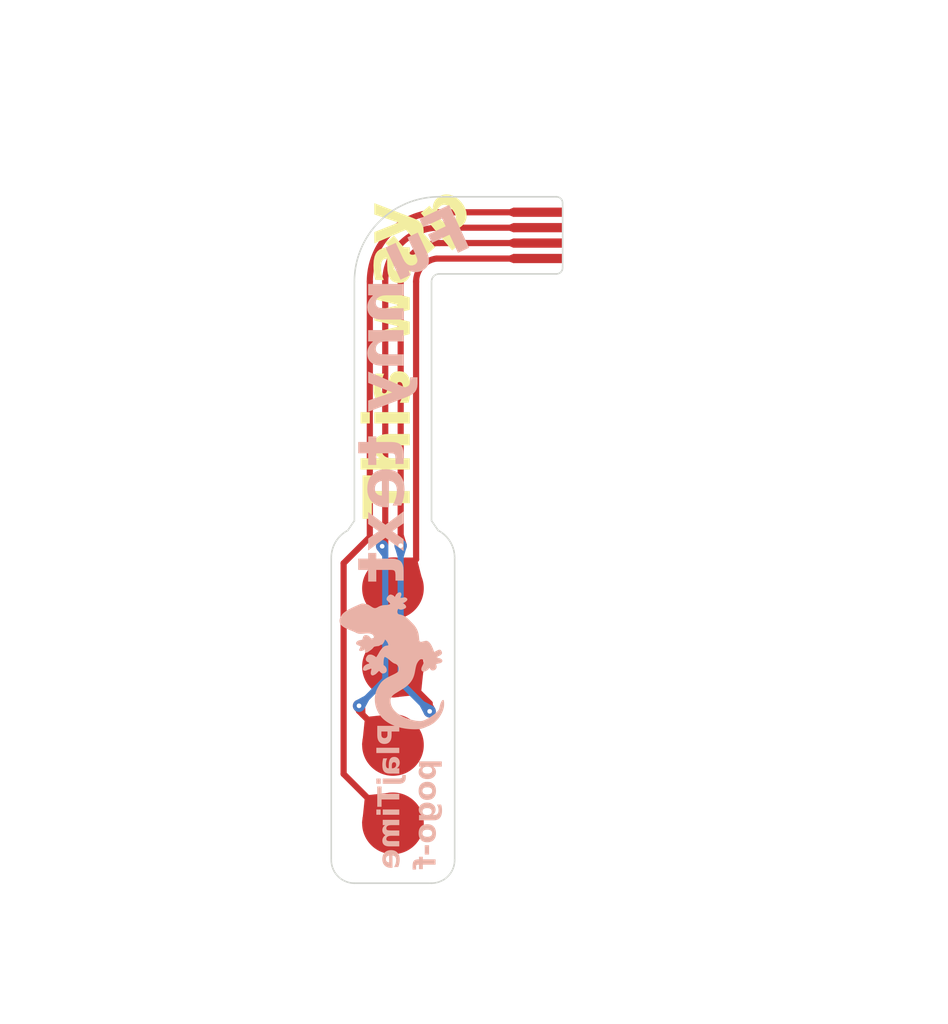
<source format=kicad_pcb>
(kicad_pcb (version 20241229) (generator "pcbnew") (generator_version "9.0")
  (layers (0 "F.Cu" signal) (2 "B.Cu" signal) (13 "F.Paste" user) (15 "B.Paste" user) (5 "F.SilkS" user "F.Silkscreen") (7 "B.SilkS" user "B.Silkscreen") (1 "F.Mask" user) (3 "B.Mask" user) (25 "Edge.Cuts" user))
  (net 0 "")
  (net 1 "/GND")
  (net 2 "/D+")
  (net 3 "/D-")
  (net 4 "/+5V")
  (footprint "pogo:pogo_pins" (layer "F.Cu") (at 150 100 180)
    (property "Reference" "J1" (hide yes))
    (property "Value" "Pogo pads" (hide yes))
  )
  (footprint "pogo:edge_01x04" (layer "F.Cu") (at 154.7 85.5)
    (property "Reference" "J2" (hide yes))
    (property "Value" "Conn_01x04_Pin" (hide yes))
    (fp_line (start 0.8 -1.8) (end 0.8 0.3) (stroke (width 0.05)) (layer "Edge.Cuts"))
    (fp_arc (start 0.6 -2) (mid 0.741421 -1.941421) (end 0.8 -1.8) (stroke (width 0.05)) (layer "Edge.Cuts"))
    (fp_arc (start 0.8 0.3) (mid 0.741421 0.441421) (end 0.6 0.5) (stroke (width 0.05)) (layer "Edge.Cuts"))
  )
  (gr_poly (pts (xy 150.222942 96.321732) (xy 150.220351 96.321822) (xy 150.217501 96.321988) (xy 150.210893 96.322526) (xy 150.20651 96.323032) (xy 150.202095 96.323755) (xy 150.197656 96.32469) (xy 150.193197 96.325831) (xy 150.184246 96.328713) (xy 150.17529 96.332365) (xy 150.166378 96.336745) (xy 150.157557 96.341817) (xy 150.148875 96.347541) (xy 150.140382 96.353879) (xy 150.132123 96.36079) (xy 150.124149 96.368238) (xy 150.116506 96.376183) (xy 150.109243 96.384587) (xy 150.102408 96.39341) (xy 150.096049 96.402614) (xy 150.090214 96.412159) (xy 150.084951 96.422009) (xy 150.082522 96.426862) (xy 150.080017 96.431728) (xy 150.074908 96.44129) (xy 150.069883 96.450274) (xy 150.065196 96.458257) (xy 150.06306 96.461741) (xy 150.061104 96.464817) (xy 150.059362 96.467433) (xy 150.057865 96.469534) (xy 150.056644 96.47107) (xy 150.055733 96.471986) (xy 150.055403 96.472195) (xy 150.055163 96.47223) (xy 150.055015 96.472084) (xy 150.054965 96.47175) (xy 150.05495 96.471515) (xy 150.054904 96.471209) (xy 150.054711 96.470394) (xy 150.054376 96.469327) (xy 150.053887 96.468031) (xy 150.053581 96.467304) (xy 150.053232 96.466528) (xy 150.05284 96.465705) (xy 150.052401 96.464839) (xy 150.051916 96.463932) (xy 150.051382 96.462987) (xy 150.050799 96.462007) (xy 150.050164 96.460994) (xy 150.049478 96.459965) (xy 150.048743 96.458925) (xy 150.047107 96.456781) (xy 150.045232 96.454489) (xy 150.043089 96.451974) (xy 150.037899 96.445988) (xy 150.0348 96.442369) (xy 150.031329 96.438236) (xy 150.028793 96.435689) (xy 150.024937 96.432546) (xy 150.019894 96.428933) (xy 150.013795 96.424974) (xy 150.006774 96.420796) (xy 149.998962 96.416525) (xy 149.990491 96.412284) (xy 149.981495 96.408201) (xy 149.972104 96.404401) (xy 149.962451 96.401009) (xy 149.95267 96.39815) (xy 149.94289 96.395951) (xy 149.933246 96.394536) (xy 149.928516 96.394162) (xy 149.923869 96.394032) (xy 149.919322 96.39416) (xy 149.914892 96.394563) (xy 149.910594 96.395256) (xy 149.906446 96.396256) (xy 149.901729 96.397763) (xy 149.897334 96.399385) (xy 149.89321 96.401138) (xy 149.889305 96.40304) (xy 149.885568 96.405107) (xy 149.881947 96.407355) (xy 149.878391 96.409802) (xy 149.874849 96.412465) (xy 149.871268 96.41536) (xy 149.867599 96.418503) (xy 149.863789 96.421912) (xy 149.859787 96.425604) (xy 149.840829 96.443528) (xy 149.833169 96.450935) (xy 149.829812 96.454277) (xy 149.826734 96.457437) (xy 149.823907 96.46046) (xy 149.821302 96.463391) (xy 149.818892 96.466276) (xy 149.816649 96.469158) (xy 149.814546 96.472082) (xy 149.812553 96.475095) (xy 149.810644 96.478239) (xy 149.80879 96.481561) (xy 149.806964 96.485105) (xy 149.805137 96.488916) (xy 149.803282 96.493039) (xy 149.801371 96.497518) (xy 149.799328 96.502535) (xy 149.79759 96.507507) (xy 149.79614 96.51242) (xy 149.794958 96.517266) (xy 149.794029 96.522031) (xy 149.793333 96.526705) (xy 149.792853 96.531277) (xy 149.792572 96.535734) (xy 149.792471 96.540067) (xy 149.792532 96.544263) (xy 149.792739 96.548312) (xy 149.793072 96.552201) (xy 149.793515 96.55592) (xy 149.794049 96.559458) (xy 149.794657 96.562802) (xy 149.795321 96.565942) (xy 149.795567 96.566839) (xy 149.795948 96.567816) (xy 149.797093 96.569999) (xy 149.798718 96.57247) (xy 149.800784 96.575205) (xy 149.803254 96.578181) (xy 149.806089 96.581375) (xy 149.812701 96.588326) (xy 149.820316 96.595874) (xy 149.828627 96.603837) (xy 149.846121 96.62027) (xy 149.852888 96.626656) (xy 149.859413 96.632961) (xy 149.86567 96.639153) (xy 149.871631 96.645201) (xy 149.87727 96.651074) (xy 149.882559 96.656739) (xy 149.887472 96.662165) (xy 149.891982 96.667322) (xy 149.896062 96.672176) (xy 149.899685 96.676697) (xy 149.902825 96.680853) (xy 149.905454 96.684613) (xy 149.907545 96.687945) (xy 149.909072 96.690818) (xy 149.909616 96.692072) (xy 149.910008 96.693199) (xy 149.910246 96.694196) (xy 149.910326 96.695059) (xy 149.910216 96.69538) (xy 149.909894 96.69581) (xy 149.909368 96.696341) (xy 149.908651 96.696966) (xy 149.90668 96.698469) (xy 149.904065 96.700262) (xy 149.900887 96.702286) (xy 149.897229 96.704484) (xy 149.893175 96.706798) (xy 149.888807 96.70917) (xy 149.883523 96.711773) (xy 149.877753 96.714282) (xy 149.871542 96.716689) (xy 149.864934 96.718981) (xy 149.857972 96.72115) (xy 149.850701 96.723184) (xy 149.843164 96.725074) (xy 149.835405 96.726809) (xy 149.827469 96.728378) (xy 149.819399 96.729772) (xy 149.811238 96.730979) (xy 149.803032 96.73199) (xy 149.794824 96.732795) (xy 149.786658 96.733382) (xy 149.778577 96.733742) (xy 149.770626 96.733864) (xy 149.752654 96.734075) (xy 149.735113 96.73471) (xy 149.717995 96.735769) (xy 149.701294 96.737254) (xy 149.685003 96.739168) (xy 149.669113 96.74151) (xy 149.653618 96.744284) (xy 149.638511 96.74749) (xy 149.623784 96.751131) (xy 149.60943 96.755207) (xy 149.595442 96.75972) (xy 149.581813 96.764672) (xy 149.568535 96.770064) (xy 149.555601 96.775898) (xy 149.543005 96.782175) (xy 149.530737 96.788898) (xy 149.519742 96.795202) (xy 149.509595 96.800906) (xy 149.500228 96.806034) (xy 149.491574 96.810615) (xy 149.483562 96.814675) (xy 149.476124 96.818241) (xy 149.469191 96.82134) (xy 149.462695 96.823999) (xy 149.456567 96.826244) (xy 149.450739 96.828103) (xy 149.445141 96.829602) (xy 149.439704 96.830768) (xy 149.434361 96.831628) (xy 149.429042 96.832209) (xy 149.423678 96.832538) (xy 149.418201 96.832642) (xy 149.41093 96.832498) (xy 149.403869 96.832038) (xy 149.396923 96.831219) (xy 149.389996 96.829996) (xy 149.382992 96.828327) (xy 149.375816 96.826168) (xy 149.368373 96.823476) (xy 149.360566 96.820207) (xy 149.352301 96.816317) (xy 149.343481 96.811765) (xy 149.334011 96.806505) (xy 149.323795 96.800495) (xy 149.312738 96.793691) (xy 149.300744 96.78605) (xy 149.273563 96.768084) (xy 149.245804 96.749763) (xy 149.233939 96.742192) (xy 149.223077 96.735551) (xy 149.21296 96.729741) (xy 149.203334 96.724663) (xy 149.193943 96.72022) (xy 149.18453 96.716313) (xy 149.174841 96.712845) (xy 149.164618 96.709717) (xy 149.153607 96.70683) (xy 149.141552 96.704087) (xy 149.128196 96.70139) (xy 149.113285 96.69864) (xy 149.077771 96.692589) (xy 149.054432 96.688926) (xy 149.044415 96.68753) (xy 149.035327 96.686432) (xy 149.027042 96.685638) (xy 149.01943 96.685154) (xy 149.012364 96.684985) (xy 149.005716 96.685137) (xy 148.999357 96.685615) (xy 148.993159 96.686426) (xy 148.986995 96.687575) (xy 148.980735 96.689067) (xy 148.974252 96.690909) (xy 148.967418 96.693105) (xy 148.960104 96.695663) (xy 148.952182 96.698586) (xy 148.902932 96.717898) (xy 148.850014 96.739839) (xy 148.795187 96.7636) (xy 148.740207 96.788368) (xy 148.68683 96.813336) (xy 148.636815 96.837691) (xy 148.591918 96.860624) (xy 148.553896 96.881325) (xy 148.53923 96.889923) (xy 148.524407 96.898994) (xy 148.509533 96.908456) (xy 148.494715 96.918225) (xy 148.480058 96.92822) (xy 148.465669 96.938358) (xy 148.451654 96.948557) (xy 148.43812 96.958734) (xy 148.425171 96.968807) (xy 148.412915 96.978694) (xy 148.401458 96.988313) (xy 148.390905 96.99758) (xy 148.381364 97.006414) (xy 148.37294 97.014732) (xy 148.365739 97.022452) (xy 148.359868 97.029492) (xy 148.357346 97.032996) (xy 148.354195 97.037695) (xy 148.35063 97.043215) (xy 148.346866 97.049183) (xy 148.3396 97.060967) (xy 148.334116 97.070061) (xy 148.330829 97.075284) (xy 148.329277 97.077789) (xy 148.327795 97.080232) (xy 148.326391 97.082622) (xy 148.325071 97.084965) (xy 148.323844 97.087269) (xy 148.322716 97.089541) (xy 148.318181 97.100161) (xy 148.316312 97.104169) (xy 148.314076 97.108587) (xy 148.31281 97.11093) (xy 148.311439 97.11335) (xy 148.309957 97.11584) (xy 148.308362 97.118392) (xy 148.300213 97.131499) (xy 148.292959 97.144387) (xy 148.286593 97.157094) (xy 148.28111 97.169655) (xy 148.276504 97.182109) (xy 148.272768 97.194493) (xy 148.269896 97.206843) (xy 148.267881 97.219198) (xy 148.266719 97.231594) (xy 148.266401 97.244069) (xy 148.266923 97.256659) (xy 148.268278 97.269403) (xy 148.27046 97.282336) (xy 148.273462 97.295497) (xy 148.277279 97.308923) (xy 148.281904 97.32265) (xy 148.28339 97.326389) (xy 148.285195 97.330319) (xy 148.287305 97.334425) (xy 148.289709 97.338691) (xy 148.292394 97.343101) (xy 148.295348 97.347641) (xy 148.298558 97.352294) (xy 148.302012 97.357046) (xy 148.305698 97.36188) (xy 148.309603 97.366782) (xy 148.313714 97.371735) (xy 148.31802 97.376724) (xy 148.322507 97.381734) (xy 148.327164 97.38675) (xy 148.331979 97.391755) (xy 148.336937 97.396734) (xy 148.348658 97.407868) (xy 148.360773 97.418569) (xy 148.373434 97.428918) (xy 148.386795 97.438995) (xy 148.40101 97.44888) (xy 148.416232 97.458652) (xy 148.432615 97.468393) (xy 148.450311 97.478181) (xy 148.469476 97.488098) (xy 148.490261 97.498223) (xy 148.53731 97.519418) (xy 148.592684 97.542407) (xy 148.657613 97.567831) (xy 148.683392 97.577897) (xy 148.707084 97.587371) (xy 148.728386 97.596127) (xy 148.746997 97.604035) (xy 148.762615 97.610967) (xy 148.774939 97.616795) (xy 148.77977 97.619256) (xy 148.783665 97.621392) (xy 148.786585 97.623188) (xy 148.788493 97.624628) (xy 148.792518 97.627754) (xy 148.797279 97.630901) (xy 148.802716 97.634048) (xy 148.808772 97.637174) (xy 148.815388 97.640259) (xy 148.822506 97.643281) (xy 148.830068 97.646221) (xy 148.838014 97.649058) (xy 148.846287 97.651771) (xy 148.854828 97.654339) (xy 148.863579 97.656741) (xy 148.872482 97.658958) (xy 148.881477 97.660968) (xy 148.890507 97.66275) (xy 148.899513 97.664284) (xy 148.908437 97.66555) (xy 148.922015 97.666982) (xy 148.935695 97.66781) (xy 148.950575 97.667994) (xy 148.967748 97.667491) (xy 148.988312 97.66626) (xy 149.013361 97.66426) (xy 149.081299 97.657789) (xy 149.09988 97.655967) (xy 149.117435 97.654471) (xy 149.134029 97.653306) (xy 149.149726 97.652475) (xy 149.164593 97.651984) (xy 149.178694 97.651836) (xy 149.192094 97.652035) (xy 149.204859 97.652586) (xy 149.217053 97.653492) (xy 149.228742 97.654757) (xy 149.23999 97.656387) (xy 149.250863 97.658384) (xy 149.261427 97.660754) (xy 149.271745 97.6635) (xy 149.281883 97.666626) (xy 149.291907 97.670136) (xy 149.301389 97.673855) (xy 149.310383 97.677993) (xy 149.31888 97.682537) (xy 149.326871 97.687478) (xy 149.334347 97.692803) (xy 149.341299 97.698501) (xy 149.34772 97.70456) (xy 149.353599 97.71097) (xy 149.358928 97.71772) (xy 149.363699 97.724796) (xy 149.367903 97.732189) (xy 149.37153 97.739887) (xy 149.374572 97.747879) (xy 149.377021 97.756152) (xy 149.378867 97.764697) (xy 149.380101 97.7735) (xy 149.380874 97.781168) (xy 149.381049 97.78429) (xy 149.380994 97.787016) (xy 149.380861 97.788248) (xy 149.380647 97.789403) (xy 149.380342 97.790487) (xy 149.37994 97.791508) (xy 149.379432 97.792474) (xy 149.37881 97.793391) (xy 149.378066 97.794266) (xy 149.377191 97.795108) (xy 149.376178 97.795923) (xy 149.375018 97.796717) (xy 149.372226 97.798277) (xy 149.36875 97.799846) (xy 149.364524 97.80148) (xy 149.359484 97.803238) (xy 149.353565 97.805179) (xy 149.338826 97.809836) (xy 149.330703 97.812374) (xy 149.323484 97.814558) (xy 149.317097 97.816382) (xy 149.314193 97.817157) (xy 149.31147 97.81784) (xy 149.308919 97.81843) (xy 149.306531 97.818926) (xy 149.304297 97.819328) (xy 149.302208 97.819634) (xy 149.300256 97.819844) (xy 149.298431 97.819958) (xy 149.296724 97.819973) (xy 149.295126 97.819891) (xy 149.293629 97.819709) (xy 149.292222 97.819427) (xy 149.290898 97.819044) (xy 149.289648 97.818559) (xy 149.288461 97.817973) (xy 149.28733 97.817283) (xy 149.286246 97.816489) (xy 149.285199 97.815591) (xy 149.28418 97.814587) (xy 149.283181 97.813478) (xy 149.282192 97.812261) (xy 149.281204 97.810936) (xy 149.28021 97.809503) (xy 149.279198 97.807961) (xy 149.27709 97.804545) (xy 149.274283 97.799993) (xy 149.27105 97.795231) (xy 149.267437 97.790305) (xy 149.263492 97.785263) (xy 149.259259 97.780151) (xy 149.254785 97.775015) (xy 149.250115 97.769901) (xy 149.245296 97.764857) (xy 149.240374 97.759929) (xy 149.235394 97.755163) (xy 149.230403 97.750605) (xy 149.225447 97.746303) (xy 149.220571 97.742303) (xy 149.215822 97.738651) (xy 149.211245 97.735394) (xy 149.206887 97.732578) (xy 149.198318 97.727733) (xy 149.189691 97.723389) (xy 149.181033 97.719547) (xy 149.17237 97.716212) (xy 149.163728 97.713388) (xy 149.155133 97.711079) (xy 149.146609 97.709287) (xy 149.138184 97.708016) (xy 149.129883 97.70727) (xy 149.121732 97.707053) (xy 149.113756 97.707369) (xy 149.105982 97.70822) (xy 149.098435 97.709611) (xy 149.091142 97.711544) (xy 149.084127 97.714025) (xy 149.077418 97.717056) (xy 149.073054 97.719482) (xy 149.068834 97.722118) (xy 149.064766 97.724944) (xy 149.060862 97.727939) (xy 149.057129 97.731084) (xy 149.053579 97.734359) (xy 149.050222 97.737743) (xy 149.047066 97.741217) (xy 149.044122 97.744762) (xy 149.0414 97.748356) (xy 149.038909 97.75198) (xy 149.03666 97.755615) (xy 149.034662 97.759239) (xy 149.032924 97.762834) (xy 149.031458 97.766379) (xy 149.030272 97.769855) (xy 149.026246 97.783112) (xy 149.024411 97.789492) (xy 149.022669 97.795797) (xy 149.021002 97.802097) (xy 149.01939 97.808461) (xy 149.016255 97.821659) (xy 149.015454 97.824942) (xy 149.014615 97.827987) (xy 149.013755 97.830821) (xy 149.012885 97.833475) (xy 149.0096 97.842855) (xy 149.008897 97.845036) (xy 149.008269 97.847209) (xy 149.00773 97.849403) (xy 149.007294 97.851647) (xy 149.006976 97.853969) (xy 149.006788 97.856398) (xy 149.006746 97.858964) (xy 149.006862 97.861695) (xy 148.977935 97.863811) (xy 148.966428 97.864989) (xy 148.954975 97.866631) (xy 148.943652 97.868682) (xy 148.932534 97.871088) (xy 148.921696 97.87379) (xy 148.911213 97.876735) (xy 148.901161 97.879865) (xy 148.891614 97.883126) (xy 148.882649 97.886461) (xy 148.874339 97.889815) (xy 148.866761 97.893132) (xy 148.859989 97.896355) (xy 148.854098 97.89943) (xy 148.849164 97.9023) (xy 148.845263 97.90491) (xy 148.842468 97.907203) (xy 148.833411 97.91569) (xy 148.828902 97.920047) (xy 148.826699 97.922282) (xy 148.82455 97.924567) (xy 148.822468 97.926908) (xy 148.820466 97.929315) (xy 148.818559 97.931796) (xy 148.816759 97.934359) (xy 148.815081 97.937011) (xy 148.813538 97.939762) (xy 148.812143 97.942619) (xy 148.810911 97.945591) (xy 148.809833 97.948678) (xy 148.80889 97.951859) (xy 148.808082 97.955113) (xy 148.807408 97.95842) (xy 148.806869 97.961758) (xy 148.806463 97.965105) (xy 148.80619 97.96844) (xy 148.80605 97.971742) (xy 148.806042 97.974989) (xy 148.806166 97.978161) (xy 148.806421 97.981235) (xy 148.806808 97.984192) (xy 148.807325 97.987008) (xy 148.807972 97.989663) (xy 148.808749 97.992136) (xy 148.809655 97.994406) (xy 148.811816 97.999175) (xy 148.813014 98.001485) (xy 148.814438 98.003798) (xy 148.816197 98.006153) (xy 148.8184 98.008591) (xy 148.821158 98.011151) (xy 148.82458 98.013872) (xy 148.828776 98.016794) (xy 148.833855 98.019956) (xy 148.839928 98.023399) (xy 148.847104 98.027161) (xy 148.855493 98.031282) (xy 148.865205 98.035803) (xy 148.876349 98.040761) (xy 148.889035 98.046197) (xy 148.921895 98.059792) (xy 148.930075 98.063392) (xy 148.937682 98.067014) (xy 148.941183 98.068824) (xy 148.944436 98.070628) (xy 148.947407 98.072423) (xy 148.950059 98.074204) (xy 148.950548 98.074533) (xy 148.950949 98.074889) (xy 148.951262 98.075283) (xy 148.951489 98.075727) (xy 148.95163 98.076231) (xy 148.951686 98.076808) (xy 148.95166 98.077468) (xy 148.95155 98.078223) (xy 148.951359 98.079085) (xy 148.951088 98.080063) (xy 148.950737 98.081171) (xy 148.950307 98.082418) (xy 148.949216 98.085378) (xy 148.947822 98.089035) (xy 148.946712 98.091901) (xy 148.945558 98.094642) (xy 148.94315 98.100029) (xy 148.94191 98.102815) (xy 148.940656 98.105757) (xy 148.939396 98.108925) (xy 148.938137 98.112389) (xy 148.937628 98.113805) (xy 148.937096 98.115183) (xy 148.935962 98.11786) (xy 148.93474 98.120484) (xy 148.933435 98.12312) (xy 148.930597 98.128691) (xy 148.929074 98.131757) (xy 148.927487 98.135098) (xy 148.918794 98.149755) (xy 148.914421 98.157483) (xy 148.910333 98.165167) (xy 148.908467 98.168921) (xy 148.906758 98.172577) (xy 148.905234 98.176106) (xy 148.903923 98.17948) (xy 148.902854 98.182668) (xy 148.902055 98.185644) (xy 148.901555 98.188376) (xy 148.901426 98.189642) (xy 148.901382 98.190836) (xy 148.901418 98.192154) (xy 148.901526 98.19346) (xy 148.901704 98.194755) (xy 148.901951 98.196036) (xy 148.902268 98.197303) (xy 148.902652 98.198555) (xy 148.903103 98.199792) (xy 148.90362 98.201012) (xy 148.904202 98.202214) (xy 148.904849 98.203398) (xy 148.906331 98.205707) (xy 148.908058 98.207931) (xy 148.910025 98.210063) (xy 148.912223 98.212096) (xy 148.914646 98.214022) (xy 148.917285 98.215835) (xy 148.920134 98.217526) (xy 148.923186 98.21909) (xy 148.926433 98.220518) (xy 148.929869 98.221804) (xy 148.933485 98.222939) (xy 148.937402 98.223804) (xy 148.941718 98.224419) (xy 148.946395 98.22479) (xy 148.951394 98.224924) (xy 148.956676 98.224825) (xy 148.962202 98.224502) (xy 148.967935 98.223959) (xy 148.973834 98.223204) (xy 148.979861 98.222242) (xy 148.985978 98.221079) (xy 148.992145 98.219722) (xy 148.998324 98.218177) (xy 149.004476 98.21645) (xy 149.010563 98.214547) (xy 149.016545 98.212475) (xy 149.022385 98.210239) (xy 149.024501 98.209417) (xy 149.026488 98.208667) (xy 149.03009 98.207358) (xy 149.033228 98.206265) (xy 149.035938 98.205341) (xy 149.038256 98.204539) (xy 149.040219 98.203811) (xy 149.041078 98.20346) (xy 149.041863 98.20311) (xy 149.042577 98.202755) (xy 149.043224 98.202389) (xy 149.046554 98.200251) (xy 149.04797 98.199323) (xy 149.049245 98.19846) (xy 149.0504 98.19764) (xy 149.050938 98.19724) (xy 149.051453 98.196842) (xy 149.051948 98.196443) (xy 149.052424 98.196042) (xy 149.052885 98.195636) (xy 149.053332 98.195221) (xy 149.061523 98.188408) (xy 149.067973 98.183137) (xy 149.075024 98.177498) (xy 149.081949 98.172147) (xy 149.085137 98.169784) (xy 149.088022 98.167739) (xy 149.090511 98.166094) (xy 149.092516 98.164931) (xy 149.093307 98.164556) (xy 149.093943 98.164332) (xy 149.094413 98.164269) (xy 149.094704 98.164378) (xy 149.094764 98.164455) (xy 149.094812 98.164551) (xy 149.094872 98.164802) (xy 149.094885 98.165126) (xy 149.094853 98.165519) (xy 149.094778 98.165976) (xy 149.094661 98.166493) (xy 149.094503 98.167064) (xy 149.094307 98.167685) (xy 149.094074 98.168352) (xy 149.093805 98.16906) (xy 149.093502 98.169804) (xy 149.093166 98.170579) (xy 149.092404 98.172206) (xy 149.091529 98.173903) (xy 149.090297 98.176697) (xy 149.089246 98.180245) (xy 149.088374 98.184442) (xy 149.087682 98.189183) (xy 149.087167 98.194362) (xy 149.086829 98.199874) (xy 149.086666 98.205613) (xy 149.086678 98.211474) (xy 149.086864 98.217352) (xy 149.087223 98.22314) (xy 149.087753 98.228735) (xy 149.088453 98.23403) (xy 149.089323 98.238919) (xy 149.090362 98.243298) (xy 149.091568 98.247061) (xy 149.09294 98.250103) (xy 149.09461 98.252931) (xy 149.096441 98.255593) (xy 149.098426 98.258088) (xy 149.100557 98.260418) (xy 149.102829 98.26258) (xy 149.105235 98.264575) (xy 149.107767 98.266402) (xy 149.110419 98.268062) (xy 149.113185 98.269552) (xy 149.116056 98.270874) (xy 149.119028 98.272027) (xy 149.122092 98.27301) (xy 149.125242 98.273823) (xy 149.128472 98.274466) (xy 149.131774 98.274938) (xy 149.135141 98.275238) (xy 149.138568 98.275368) (xy 149.142047 98.275325) (xy 149.145571 98.27511) (xy 149.149133 98.274722) (xy 149.152728 98.274161) (xy 149.156347 98.273426) (xy 149.159985 98.272518) (xy 149.163634 98.271435) (xy 149.170939 98.268745) (xy 149.174582 98.267137) (xy 149.178208 98.265354) (xy 149.181813 98.263394) (xy 149.185388 98.261257) (xy 149.188927 98.258944) (xy 149.192424 98.256453) (xy 149.194966 98.254449) (xy 149.19823 98.251984) (xy 149.202018 98.249217) (xy 149.206135 98.246307) (xy 149.210384 98.243413) (xy 149.214569 98.240695) (xy 149.218494 98.238311) (xy 149.220298 98.237294) (xy 149.221963 98.236421) (xy 149.22592 98.234044) (xy 149.231263 98.230517) (xy 149.245309 98.220611) (xy 149.262505 98.207896) (xy 149.281256 98.193564) (xy 149.299965 98.178807) (xy 149.317037 98.164819) (xy 149.330875 98.152792) (xy 149.336083 98.147886) (xy 149.339885 98.143917) (xy 149.34378 98.139219) (xy 149.348037 98.133883) (xy 149.357056 98.122386) (xy 149.361527 98.116768) (xy 149.365779 98.1116) (xy 149.367778 98.109269) (xy 149.369667 98.107153) (xy 149.371429 98.105286) (xy 149.373046 98.1037) (xy 149.374577 98.102127) (xy 149.37601 98.100528) (xy 149.378821 98.097274) (xy 149.380323 98.095631) (xy 149.381971 98.093985) (xy 149.383827 98.092341) (xy 149.38595 98.090707) (xy 149.388404 98.089087) (xy 149.391249 98.087488) (xy 149.394546 98.085915) (xy 149.398357 98.084375) (xy 149.402743 98.082873) (xy 149.407766 98.081414) (xy 149.413486 98.080006) (xy 149.419965 98.078653) (xy 149.436766 98.075343) (xy 149.450392 98.072744) (xy 149.461637 98.07074) (xy 149.471294 98.069216) (xy 149.480158 98.068056) (xy 149.489022 98.067144) (xy 149.498679 98.066364) (xy 149.509924 98.0656) (xy 149.515699 98.065071) (xy 149.521255 98.064408) (xy 149.526594 98.063611) (xy 149.531719 98.062679) (xy 149.536633 98.06161) (xy 149.541339 98.060404) (xy 149.54584 98.059059) (xy 149.55014 98.057575) (xy 149.554242 98.05595) (xy 149.558148 98.054183) (xy 149.561862 98.052274) (xy 149.565387 98.050221) (xy 149.568726 98.048024) (xy 149.571882 98.045681) (xy 149.574858 98.043191) (xy 149.577657 98.040553) (xy 149.578826 98.039441) (xy 149.58008 98.038358) (xy 149.581414 98.037305) (xy 149.582822 98.036287) (xy 149.584298 98.035305) (xy 149.585836 98.034364) (xy 149.587432 98.033467) (xy 149.589078 98.032616) (xy 149.59077 98.031814) (xy 149.592502 98.031065) (xy 149.594268 98.030372) (xy 149.596062 98.029738) (xy 149.597879 98.029166) (xy 149.599713 98.028659) (xy 149.601559 98.02822) (xy 149.60341 98.027853) (xy 149.605155 98.027532) (xy 149.607072 98.027103) (xy 149.611342 98.025957) (xy 149.616066 98.02448) (xy 149.621093 98.022738) (xy 149.626268 98.020797) (xy 149.631439 98.018725) (xy 149.636453 98.016586) (xy 149.641157 98.014448) (xy 149.644349 98.012819) (xy 149.647325 98.011226) (xy 149.650111 98.009645) (xy 149.652733 98.008053) (xy 149.655213 98.006429) (xy 149.657578 98.004749) (xy 149.659851 98.00299) (xy 149.662059 98.00113) (xy 149.664225 97.999146) (xy 149.666375 97.997015) (xy 149.668533 97.994715) (xy 149.670724 97.992223) (xy 149.672973 97.989515) (xy 149.675305 97.98657) (xy 149.677744 97.983364) (xy 149.680315 97.979875) (xy 149.684578 97.973946) (xy 149.688887 97.967563) (xy 149.69322 97.96077) (xy 149.697557 97.95361) (xy 149.706162 97.938358) (xy 149.714535 97.922152) (xy 149.722511 97.905334) (xy 149.729925 97.888247) (xy 149.736611 97.871234) (xy 149.742404 97.854639) (xy 149.742762 97.853748) (xy 149.742964 97.853379) (xy 149.743185 97.853064) (xy 149.743425 97.852803) (xy 149.743687 97.852598) (xy 149.743972 97.852448) (xy 149.744284 97.852357) (xy 149.744622 97.852325) (xy 149.74499 97.852353) (xy 149.745389 97.852441) (xy 149.745821 97.852593) (xy 149.746791 97.853087) (xy 149.747916 97.853845) (xy 149.749211 97.854876) (xy 149.75069 97.856189) (xy 149.752368 97.857794) (xy 149.754261 97.859699) (xy 149.75875 97.864449) (xy 149.764276 97.870514) (xy 149.773835 97.881408) (xy 149.782801 97.892133) (xy 149.791176 97.902692) (xy 149.798964 97.91309) (xy 149.806167 97.923331) (xy 149.812788 97.933419) (xy 149.818829 97.943358) (xy 149.824293 97.953152) (xy 149.829182 97.962806) (xy 149.833499 97.972324) (xy 149.837246 97.981709) (xy 149.840427 97.990966) (xy 149.843043 98.000099) (xy 149.845098 98.009112) (xy 149.846593 98.018009) (xy 149.847532 98.026795) (xy 149.847708 98.029105) (xy 149.847828 98.031153) (xy 149.847881 98.03296) (xy 149.847852 98.034545) (xy 149.847802 98.03526) (xy 149.847727 98.035927) (xy 149.847626 98.036548) (xy 149.847495 98.037126) (xy 149.847333 98.037663) (xy 149.84714 98.038162) (xy 149.846913 98.038624) (xy 149.84665 98.039054) (xy 149.84635 98.039452) (xy 149.846011 98.039822) (xy 149.845632 98.040166) (xy 149.84521 98.040486) (xy 149.844744 98.040784) (xy 149.844233 98.041065) (xy 149.843675 98.041328) (xy 149.843067 98.041578) (xy 149.842409 98.041817) (xy 149.841699 98.042047) (xy 149.840114 98.042489) (xy 149.8383 98.042926) (xy 149.836243 98.043375) (xy 149.833164 98.044067) (xy 149.829077 98.044808) (xy 149.824163 98.045583) (xy 149.818604 98.046374) (xy 149.806279 98.047939) (xy 149.793557 98.049372) (xy 149.783285 98.050703) (xy 149.773344 98.052464) (xy 149.763694 98.054678) (xy 149.754294 98.057371) (xy 149.745102 98.060565) (xy 149.736078 98.064286) (xy 149.727181 98.068558) (xy 149.718371 98.073405) (xy 149.709606 98.078852) (xy 149.700846 98.084922) (xy 149.692049 98.091641) (xy 149.683176 98.099031) (xy 149.674185 98.107119) (xy 149.665035 98.115927) (xy 149.655685 98.12548) (xy 149.646096 98.135803) (xy 149.6382 98.144928) (xy 149.627969 98.15756) (xy 149.61634 98.172443) (xy 149.604245 98.188323) (xy 149.592619 98.203944) (xy 149.582396 98.21805) (xy 149.57451 98.229386) (xy 149.571736 98.233624) (xy 149.569896 98.236698) (xy 149.532319 98.303598) (xy 149.516988 98.330135) (xy 149.501565 98.356175) (xy 149.487188 98.379506) (xy 149.474999 98.397917) (xy 149.473148 98.400532) (xy 149.47131 98.403075) (xy 149.469493 98.405534) (xy 149.467711 98.407894) (xy 149.465975 98.410143) (xy 149.464295 98.412267) (xy 149.462684 98.414252) (xy 149.461152 98.416085) (xy 149.459711 98.417753) (xy 149.458373 98.419242) (xy 149.457148 98.420539) (xy 149.456048 98.42163) (xy 149.455084 98.422502) (xy 149.454269 98.423142) (xy 149.45392 98.42337) (xy 149.453612 98.423536) (xy 149.453347 98.423636) (xy 149.453126 98.42367) (xy 149.452919 98.423659) (xy 149.452693 98.423625) (xy 149.452191 98.423493) (xy 149.451626 98.423279) (xy 149.451004 98.422986) (xy 149.45033 98.422619) (xy 149.44961 98.422182) (xy 149.44885 98.421678) (xy 149.448055 98.421112) (xy 149.447231 98.420489) (xy 149.446384 98.419811) (xy 149.44552 98.419084) (xy 149.444643 98.418312) (xy 149.44376 98.417498) (xy 149.442877 98.416647) (xy 149.441999 98.415763) (xy 149.441132 98.41485) (xy 149.436391 98.410213) (xy 149.430705 98.405336) (xy 149.424179 98.400275) (xy 149.416917 98.395089) (xy 149.409025 98.389835) (xy 149.400607 98.38457) (xy 149.391769 98.379352) (xy 149.382615 98.374237) (xy 149.37325 98.369283) (xy 149.363779 98.364549) (xy 149.354307 98.36009) (xy 149.344939 98.355964) (xy 149.33578 98.352229) (xy 149.326935 98.348942) (xy 149.318508 98.346161) (xy 149.310604 98.343942) (xy 149.304078 98.342486) (xy 149.297238 98.341293) (xy 149.290143 98.340358) (xy 149.28285 98.339681) (xy 149.27542 98.339258) (xy 149.267909 98.339086) (xy 149.260377 98.339164) (xy 149.252881 98.339488) (xy 149.24548 98.340056) (xy 149.238233 98.340866) (xy 149.231198 98.341914) (xy 149.224433 98.343198) (xy 149.217996 98.344716) (xy 149.211947 98.346465) (xy 149.206343 98.348442) (xy 149.201243 98.350645) (xy 149.198479 98.352047) (xy 149.195745 98.3536) (xy 149.193042 98.355296) (xy 149.190372 98.357124) (xy 149.185143 98.361144) (xy 149.180074 98.365584) (xy 149.175181 98.370371) (xy 149.170481 98.375431) (xy 149.165991 98.38069) (xy 149.161726 98.386073) (xy 149.157704 98.391506) (xy 149.153942 98.396916) (xy 149.150455 98.402228) (xy 149.147261 98.407369) (xy 149.144377 98.412263) (xy 149.141818 98.416837) (xy 149.137743 98.424728) (xy 149.135616 98.429052) (xy 149.134308 98.431759) (xy 149.132887 98.434809) (xy 149.13139 98.438186) (xy 149.129852 98.441876) (xy 149.128312 98.445862) (xy 149.126807 98.450128) (xy 149.124475 98.457654) (xy 149.122508 98.465106) (xy 149.120936 98.472482) (xy 149.119786 98.479778) (xy 149.119088 98.486991) (xy 149.11887 98.494121) (xy 149.11916 98.501163) (xy 149.119505 98.504651) (xy 149.119988 98.508116) (xy 149.120612 98.511557) (xy 149.121382 98.514976) (xy 149.1223 98.51837) (xy 149.12337 98.521741) (xy 149.124596 98.525087) (xy 149.125981 98.528409) (xy 149.127529 98.531705) (xy 149.129244 98.534977) (xy 149.131129 98.538222) (xy 149.133187 98.541442) (xy 149.135423 98.544635) (xy 149.137839 98.547801) (xy 149.14044 98.550941) (xy 149.143229 98.554053) (xy 149.146209 98.557138) (xy 149.149385 98.560195) (xy 149.152597 98.562973) (xy 149.156112 98.56574) (xy 149.159875 98.568476) (xy 149.16383 98.571164) (xy 149.167921 98.573785) (xy 149.172095 98.576322) (xy 149.176295 98.578755) (xy 149.180467 98.581067) (xy 149.188503 98.585254) (xy 149.195762 98.588736) (xy 149.201802 98.591368) (xy 149.204227 98.592319) (xy 149.206182 98.593003) (xy 149.20753 98.59347) (xy 149.208827 98.593991) (xy 149.210074 98.594563) (xy 149.211272 98.595182) (xy 149.212422 98.595845) (xy 149.213526 98.596549) (xy 149.214584 98.597292) (xy 149.215597 98.59807) (xy 149.216566 98.598879) (xy 149.217493 98.599717) (xy 149.218378 98.600581) (xy 149.219222 98.601467) (xy 149.220792 98.603295) (xy 149.222212 98.605175) (xy 149.223488 98.607083) (xy 149.224631 98.608993) (xy 149.225646 98.610881) (xy 149.226544 98.612721) (xy 149.227331 98.614489) (xy 149.228016 98.61616) (xy 149.229112 98.619109) (xy 149.229428 98.620147) (xy 149.229519 98.621153) (xy 149.229392 98.622129) (xy 149.229056 98.623076) (xy 149.228519 98.623998) (xy 149.227789 98.624897) (xy 149.225785 98.626631) (xy 149.223108 98.628299) (xy 149.219825 98.629917) (xy 149.216 98.631503) (xy 149.211701 98.633076) (xy 149.201939 98.636254) (xy 149.191065 98.639593) (xy 149.179604 98.643237) (xy 149.173818 98.645219) (xy 149.168082 98.647331) (xy 149.161128 98.650184) (xy 149.154419 98.653054) (xy 149.147951 98.655945) (xy 149.141723 98.658857) (xy 149.13573 98.661791) (xy 149.129969 98.66475) (xy 149.124439 98.667735) (xy 149.119134 98.670747) (xy 149.114053 98.673787) (xy 149.109191 98.676859) (xy 149.104547 98.679962) (xy 149.100117 98.683099) (xy 149.095898 98.686271) (xy 149.091886 98.68948) (xy 149.088079 98.692727) (xy 149.084474 98.696014) (xy 149.078712 98.701739) (xy 149.073128 98.707492) (xy 149.067813 98.713209) (xy 149.062854 98.718824) (xy 149.060537 98.721573) (xy 149.058343 98.724271) (xy 149.056282 98.726912) (xy 149.054367 98.729486) (xy 149.052609 98.731985) (xy 149.051018 98.734402) (xy 149.049606 98.736728) (xy 149.048384 98.738954) (xy 149.047512 98.740696) (xy 149.046706 98.742406) (xy 149.045961 98.744089) (xy 149.04527 98.745747) (xy 149.044023 98.749003) (xy 149.042913 98.752198) (xy 149.040899 98.75851) (xy 149.039889 98.761678) (xy 149.038809 98.764887) (xy 149.035101 98.77503) (xy 149.033379 98.780059) (xy 149.031797 98.785051) (xy 149.030393 98.79) (xy 149.029204 98.794902) (xy 149.028269 98.799749) (xy 149.027625 98.804536) (xy 149.027312 98.809256) (xy 149.027291 98.81159) (xy 149.027366 98.813905) (xy 149.027543 98.8162) (xy 149.027827 98.818475) (xy 149.028221 98.820729) (xy 149.028732 98.822961) (xy 149.029362 98.825171) (xy 149.030119 98.827358) (xy 149.031005 98.82952) (xy 149.032026 98.831658) (xy 149.033187 98.833771) (xy 149.034492 98.835857) (xy 149.035946 98.837916) (xy 149.037554 98.839948) (xy 149.042182 98.844896) (xy 149.047188 98.849287) (xy 149.052556 98.85312) (xy 149.058269 98.85639) (xy 149.064308 98.859097) (xy 149.070656 98.861236) (xy 149.077296 98.862806) (xy 149.084209 98.863804) (xy 149.091379 98.864227) (xy 149.098787 98.864073) (xy 149.106417 98.86334) (xy 149.11425 98.862024) (xy 149.12227 98.860123) (xy 149.130457 98.857634) (xy 149.138796 98.854555) (xy 149.147268 98.850884) (xy 149.152608 98.848234) (xy 149.157836 98.845528) (xy 149.168153 98.840159) (xy 149.173339 98.837607) (xy 149.178611 98.835214) (xy 149.181293 98.834095) (xy 149.184015 98.833037) (xy 149.186782 98.832045) (xy 149.189602 98.831128) (xy 149.222786 98.821553) (xy 149.226775 98.820276) (xy 149.230691 98.818938) (xy 149.234523 98.817527) (xy 149.238261 98.816028) (xy 149.241893 98.814429) (xy 149.245408 98.812718) (xy 149.248795 98.81088) (xy 149.252043 98.808903) (xy 149.253552 98.808006) (xy 149.255034 98.807165) (xy 149.256485 98.806378) (xy 149.2579 98.805643) (xy 149.259277 98.804958) (xy 149.260611 98.80432) (xy 149.263135 98.803178) (xy 149.265441 98.802201) (xy 149.267498 98.801371) (xy 149.27074 98.800084) (xy 149.273019 98.799179) (xy 149.27512 98.798427) (xy 149.277064 98.797825) (xy 149.277983 98.797579) (xy 149.27887 98.79737) (xy 149.279728 98.797197) (xy 149.280559 98.79706) (xy 149.281365 98.796959) (xy 149.28215 98.796893) (xy 149.282915 98.796862) (xy 149.283663 98.796866) (xy 149.284396 98.796905) (xy 149.285118 98.796977) (xy 149.28583 98.797084) (xy 149.286535 98.797224) (xy 149.287235 98.797397) (xy 149.287933 98.797604) (xy 149.288631 98.797843) (xy 149.289333 98.798114) (xy 149.290754 98.798753) (xy 149.292217 98.799518) (xy 149.293741 98.800407) (xy 149.295346 98.801416) (xy 149.297052 98.802545) (xy 149.297892 98.803148) (xy 149.29865 98.803771) (xy 149.299329 98.804416) (xy 149.299932 98.805083) (xy 149.300461 98.805773) (xy 149.30092 98.806488) (xy 149.301311 98.807229) (xy 149.301637 98.807997) (xy 149.301901 98.808793) (xy 149.302104 98.809618) (xy 149.302251 98.810473) (xy 149.302344 98.81136) (xy 149.302377 98.813233) (xy 149.302226 98.815246) (xy 149.301914 98.817408) (xy 149.301461 98.819728) (xy 149.300223 98.824879) (xy 149.298688 98.830772) (xy 149.297031 98.837481) (xy 149.292186 98.856709) (xy 149.289093 98.86927) (xy 149.285975 98.883117) (xy 149.283146 98.897742) (xy 149.281939 98.905187) (xy 149.280923 98.912636) (xy 149.280138 98.920024) (xy 149.279623 98.927289) (xy 149.279417 98.934368) (xy 149.27956 98.941195) (xy 149.280118 98.949575) (xy 149.280435 98.953257) (xy 149.280789 98.956645) (xy 149.28119 98.959775) (xy 149.281649 98.962682) (xy 149.282176 98.965399) (xy 149.282779 98.967962) (xy 149.283469 98.970405) (xy 149.284255 98.972762) (xy 149.285148 98.975069) (xy 149.286158 98.97736) (xy 149.287293 98.97967) (xy 149.288564 98.982032) (xy 149.289981 98.984483) (xy 149.291554 98.987056) (xy 149.295556 98.993098) (xy 149.297635 98.995841) (xy 149.299768 98.998401) (xy 149.301956 99.00078) (xy 149.304202 99.002978) (xy 149.306507 99.004998) (xy 149.308873 99.006842) (xy 149.311301 99.008511) (xy 149.313795 99.010006) (xy 149.316354 99.01133) (xy 149.318981 99.012484) (xy 149.321678 99.013469) (xy 149.324446 99.014288) (xy 149.327288 99.014942) (xy 149.330204 99.015432) (xy 149.333198 99.01576) (xy 149.336269 99.015928) (xy 149.339421 99.015938) (xy 149.342655 99.01579) (xy 149.349375 99.015031) (xy 149.356444 99.013665) (xy 149.363875 99.011703) (xy 149.371683 99.00916) (xy 149.379881 99.006048) (xy 149.388485 99.002381) (xy 149.391732 99.000902) (xy 149.395038 98.999318) (xy 149.401731 98.995915) (xy 149.408365 98.992336) (xy 149.414744 98.988739) (xy 149.42067 98.985287) (xy 149.425946 98.982141) (xy 149.433757 98.977407) (xy 149.437822 98.974785) (xy 149.442138 98.971683) (xy 149.446702 98.968122) (xy 149.45151 98.964119) (xy 149.461853 98.95487) (xy 149.473145 98.944093) (xy 149.485366 98.931941) (xy 149.498495 98.918573) (xy 149.527395 98.888805) (xy 149.548024 98.868522) (xy 149.560018 98.878047) (xy 149.56138 98.879042) (xy 149.562813 98.880163) (xy 149.564305 98.8814) (xy 149.565844 98.882738) (xy 149.567419 98.884166) (xy 149.569016 98.885669) (xy 149.572233 98.888851) (xy 149.5754 98.892183) (xy 149.578423 98.89556) (xy 149.581206 98.898879) (xy 149.582478 98.900484) (xy 149.583654 98.902036) (xy 149.587451 98.906784) (xy 149.591421 98.911364) (xy 149.595548 98.915764) (xy 149.599816 98.919973) (xy 149.604208 98.923979) (xy 149.608707 98.927771) (xy 149.613297 98.931338) (xy 149.617962 98.934668) (xy 149.622684 98.93775) (xy 149.627448 98.940573) (xy 149.632237 98.943125) (xy 149.637034 98.945395) (xy 149.641822 98.947371) (xy 149.646586 98.949043) (xy 149.651309 98.950398) (xy 149.655973 98.951425) (xy 149.660408 98.952055) (xy 149.664921 98.952478) (xy 149.669497 98.952703) (xy 149.674123 98.952741) (xy 149.678786 98.952603) (xy 149.683472 98.9523) (xy 149.688166 98.951842) (xy 149.692855 98.95124) (xy 149.697525 98.950504) (xy 149.702163 98.949646) (xy 149.706754 98.948675) (xy 149.711286 98.947602) (xy 149.715743 98.946439) (xy 149.720113 98.945195) (xy 149.728534 98.942509) (xy 149.732734 98.940577) (xy 149.736817 98.938594) (xy 149.740784 98.936551) (xy 149.74464 98.934439) (xy 149.748384 98.932249) (xy 149.752021 98.92997) (xy 149.755553 98.927594) (xy 149.758981 98.925111) (xy 149.762308 98.922512) (xy 149.765537 98.919787) (xy 149.76867 98.916927) (xy 149.771709 98.913922) (xy 149.774656 98.910764) (xy 149.777515 98.907443) (xy 149.780286 98.903949) (xy 149.782973 98.900272) (xy 149.787476 98.893339) (xy 149.791326 98.886048) (xy 149.794525 98.878423) (xy 149.797074 98.870485) (xy 149.798973 98.862257) (xy 149.800225 98.853764) (xy 149.80083 98.845026) (xy 149.800789 98.836067) (xy 149.800103 98.826909) (xy 149.798773 98.817576) (xy 149.7968 98.80809) (xy 149.794185 98.798474) (xy 149.79093 98.78875) (xy 149.787035 98.778942) (xy 149.782501 98.769071) (xy 149.777329 98.759161) (xy 149.774553 98.754447) (xy 149.77141 98.749589) (xy 149.767937 98.744627) (xy 149.764172 98.739599) (xy 149.760152 98.734544) (xy 149.755916 98.729501) (xy 149.751502 98.724509) (xy 149.746946 98.719606) (xy 149.742287 98.714832) (xy 149.737562 98.710224) (xy 149.73281 98.705822) (xy 149.728067 98.701664) (xy 149.723372 98.69779) (xy 149.718762 98.694237) (xy 149.714275 98.691045) (xy 149.709949 98.688253) (xy 149.695485 98.679434) (xy 149.695132 98.619109) (xy 149.695235 98.604072) (xy 149.695543 98.589402) (xy 149.696055 98.575119) (xy 149.696769 98.561242) (xy 149.697683 98.547791) (xy 149.698797 98.534785) (xy 149.700108 98.522244) (xy 149.701614 98.510188) (xy 149.703315 98.498637) (xy 149.705209 98.487609) (xy 149.707294 98.477125) (xy 149.709568 98.467205) (xy 149.712031 98.457867) (xy 149.71468 98.449132) (xy 149.717514 98.441019) (xy 149.720532 98.433548) (xy 149.722107 98.429893) (xy 149.723575 98.426733) (xy 149.725009 98.424068) (xy 149.726485 98.421895) (xy 149.727262 98.420993) (xy 149.728077 98.420214) (xy 149.728939 98.419558) (xy 149.729859 98.419024) (xy 149.730844 98.418613) (xy 149.731905 98.418325) (xy 149.733051 98.418158) (xy 149.73429 98.418114) (xy 149.735633 98.418191) (xy 149.737089 98.41839) (xy 149.740376 98.419154) (xy 149.744225 98.420403) (xy 149.74871 98.422137) (xy 149.753907 98.424355) (xy 149.759889 98.427056) (xy 149.774507 98.4339) (xy 149.787174 98.44031) (xy 149.793377 98.443725) (xy 149.799576 98.447339) (xy 149.805833 98.451197) (xy 149.81221 98.455344) (xy 149.825571 98.46468) (xy 149.840157 98.475703) (xy 149.856462 98.488768) (xy 149.874982 98.504231) (xy 149.896215 98.522448) (xy 149.91114 98.535327) (xy 149.925261 98.547269) (xy 149.938632 98.558309) (xy 149.951309 98.568485) (xy 149.963348 98.577834) (xy 149.974803 98.586394) (xy 149.98573 98.594201) (xy 149.996184 98.601293) (xy 150.00622 98.607707) (xy 150.015894 98.613481) (xy 150.025262 98.61865) (xy 150.034377 98.623254) (xy 150.043297 98.627328) (xy 150.052075 98.63091) (xy 150.060767 98.634037) (xy 150.069429 98.636747) (xy 150.079145 98.639893) (xy 150.088565 98.643755) (xy 150.097668 98.648307) (xy 150.106432 98.653521) (xy 150.114834 98.659369) (xy 150.122852 98.665825) (xy 150.130464 98.67286) (xy 150.137648 98.680448) (xy 150.14438 98.688561) (xy 150.15064 98.697171) (xy 150.156405 98.706252) (xy 150.161653 98.715775) (xy 150.166361 98.725714) (xy 150.170508 98.736041) (xy 150.17407 98.746729) (xy 150.177026 98.75775) (xy 150.178242 98.763716) (xy 150.179245 98.770189) (xy 150.180037 98.777095) (xy 150.18062 98.784363) (xy 150.180997 98.79192) (xy 150.181169 98.799695) (xy 150.181138 98.807614) (xy 150.180907 98.815606) (xy 150.180477 98.823597) (xy 150.179851 98.831517) (xy 150.179031 98.839291) (xy 150.178019 98.846849) (xy 150.176816 98.854117) (xy 150.175425 98.861023) (xy 150.173848 98.867496) (xy 150.172087 98.873461) (xy 150.169843 98.880249) (xy 150.168753 98.883161) (xy 150.167623 98.885825) (xy 150.166406 98.888297) (xy 150.165055 98.890632) (xy 150.163525 98.892886) (xy 150.161769 98.895113) (xy 150.159739 98.897369) (xy 150.157391 98.89971) (xy 150.154676 98.90219) (xy 150.151549 98.904864) (xy 150.147963 98.907789) (xy 150.143872 98.911019) (xy 150.133987 98.918617) (xy 150.121406 98.927741) (xy 150.106096 98.937568) (xy 150.086784 98.948767) (xy 150.062197 98.962009) (xy 150.031062 98.977962) (xy 149.992105 98.997297) (xy 149.885632 99.048792) (xy 149.865578 99.058626) (xy 149.846513 99.068313) (xy 149.828366 99.077893) (xy 149.811066 99.087409) (xy 149.794544 99.096903) (xy 149.778729 99.106416) (xy 149.76355 99.11599) (xy 149.748938 99.125666) (xy 149.734821 99.135487) (xy 149.72113 99.145494) (xy 149.707794 99.155728) (xy 149.694743 99.166232) (xy 149.681906 99.177047) (xy 149.669214 99.188215) (xy 149.656595 99.199777) (xy 149.643979 99.211775) (xy 149.639007 99.216665) (xy 149.633961 99.221858) (xy 149.628876 99.227303) (xy 149.623786 99.232945) (xy 149.613729 99.244611) (xy 149.604064 99.256432) (xy 149.595067 99.267985) (xy 149.587013 99.278846) (xy 149.580177 99.28859) (xy 149.574835 99.296795) (xy 149.569706 99.304571) (xy 149.564211 99.313152) (xy 149.55279 99.33159) (xy 149.541895 99.349828) (xy 149.532854 99.365586) (xy 149.525016 99.379923) (xy 149.516979 99.394294) (xy 149.509736 99.40701) (xy 149.504279 99.416387) (xy 149.501735 99.420765) (xy 149.498679 99.426341) (xy 149.495225 99.432894) (xy 149.491491 99.440199) (xy 149.483642 99.456173) (xy 149.479758 99.464396) (xy 149.476057 99.472478) (xy 149.464047 99.500726) (xy 149.453278 99.529482) (xy 149.443742 99.5587) (xy 149.43543 99.588336) (xy 149.422441 99.648684) (xy 149.414238 99.710168) (xy 149.41075 99.772431) (xy 149.411906 99.835116) (xy 149.417632 99.897867) (xy 149.427859 99.960326) (xy 149.442512 100.022135) (xy 149.461522 100.082938) (xy 149.484816 100.142379) (xy 149.512321 100.200099) (xy 149.543967 100.255741) (xy 149.579682 100.308949) (xy 149.619393 100.359366) (xy 149.640725 100.383415) (xy 149.663029 100.406633) (xy 149.696251 100.438069) (xy 149.731455 100.468199) (xy 149.768593 100.496999) (xy 149.807613 100.524445) (xy 149.848464 100.550511) (xy 149.891096 100.575175) (xy 149.935458 100.598411) (xy 149.981499 100.620196) (xy 150.02917 100.640505) (xy 150.078418 100.659314) (xy 150.129194 100.676598) (xy 150.181447 100.692334) (xy 150.235126 100.706496) (xy 150.290181 100.719062) (xy 150.346561 100.730005) (xy 150.404215 100.739303) (xy 150.446724 100.744932) (xy 150.491809 100.74987) (xy 150.53844 100.754056) (xy 150.585587 100.757427) (xy 150.632222 100.759922) (xy 150.677315 100.761478) (xy 150.719836 100.762034) (xy 150.758757 100.761528) (xy 150.784743 100.760465) (xy 150.809414 100.758843) (xy 150.83301 100.756635) (xy 150.855771 100.753811) (xy 150.877936 100.750342) (xy 150.899747 100.746199) (xy 150.921441 100.741353) (xy 150.94326 100.735775) (xy 150.953649 100.73288) (xy 150.964369 100.729658) (xy 150.986343 100.722468) (xy 151.008264 100.714677) (xy 151.02922 100.706757) (xy 151.048294 100.699178) (xy 151.064571 100.692414) (xy 151.077137 100.686934) (xy 151.085076 100.683211) (xy 151.088749 100.681259) (xy 151.092578 100.679322) (xy 151.100582 100.675518) (xy 151.108846 100.671852) (xy 151.117128 100.668374) (xy 151.125185 100.665134) (xy 151.132775 100.662184) (xy 151.145587 100.657355) (xy 151.149508 100.655729) (xy 151.1556 100.653086) (xy 151.175387 100.644406) (xy 151.182065 100.64136) (xy 151.189495 100.637856) (xy 151.197424 100.63401) (xy 151.2056 100.629939) (xy 151.213769 100.625757) (xy 151.221679 100.621582) (xy 151.229078 100.617529) (xy 151.235712 100.613714) (xy 151.264141 100.596865) (xy 151.275114 100.590218) (xy 151.287218 100.58267) (xy 151.29913 100.574659) (xy 151.311642 100.565645) (xy 151.324642 100.555733) (xy 151.338018 100.545027) (xy 151.351658 100.533633) (xy 151.365452 100.521656) (xy 151.379287 100.509201) (xy 151.393051 100.496371) (xy 151.406634 100.483273) (xy 151.419923 100.470012) (xy 151.432807 100.456691) (xy 151.445174 100.443416) (xy 151.456913 100.430292) (xy 151.467912 100.417424) (xy 151.478059 100.404917) (xy 151.487243 100.392875) (xy 151.503007 100.37086) (xy 151.518022 100.34886) (xy 151.532292 100.326868) (xy 151.545821 100.304874) (xy 151.558611 100.282869) (xy 151.570667 100.260846) (xy 151.581993 100.238795) (xy 151.592591 100.216707) (xy 151.602466 100.194573) (xy 151.611621 100.172386) (xy 151.62006 100.150135) (xy 151.627786 100.127812) (xy 151.634803 100.105409) (xy 151.641115 100.082917) (xy 151.646725 100.060326) (xy 151.651637 100.037628) (xy 151.653018 100.029417) (xy 151.654246 100.019747) (xy 151.656234 99.99691) (xy 151.657578 99.970873) (xy 151.658252 99.943392) (xy 151.658231 99.916226) (xy 151.657491 99.891132) (xy 151.656007 99.869865) (xy 151.654978 99.861216) (xy 151.653754 99.854183) (xy 151.652121 99.846886) (xy 151.650641 99.840438) (xy 151.649288 99.834787) (xy 151.648032 99.82988) (xy 151.647433 99.82769) (xy 151.646847 99.825666) (xy 151.646273 99.823803) (xy 151.645705 99.822092) (xy 151.645141 99.820529) (xy 151.644577 99.819107) (xy 151.644009 99.817818) (xy 151.643435 99.816657) (xy 151.642851 99.815617) (xy 151.642252 99.814691) (xy 151.641637 99.813873) (xy 151.641 99.813156) (xy 151.64034 99.812534) (xy 151.639651 99.812001) (xy 151.638931 99.811549) (xy 151.638177 99.811172) (xy 151.637384 99.810865) (xy 151.636549 99.810619) (xy 151.63567 99.810429) (xy 151.634741 99.810288) (xy 151.633761 99.81019) (xy 151.632724 99.810128) (xy 151.630471 99.810086) (xy 151.625221 99.810366) (xy 151.620174 99.811208) (xy 151.61531 99.812617) (xy 151.610609 99.814599) (xy 151.606051 99.817159) (xy 151.601615 99.820301) (xy 151.597282 99.824032) (xy 151.593032 99.828356) (xy 151.588844 99.833278) (xy 151.584699 99.838803) (xy 151.580576 99.844937) (xy 151.576455 99.851685) (xy 151.572317 99.859051) (xy 151.56814 99.867042) (xy 151.563906 99.875661) (xy 151.559595 99.884915) (xy 151.549441 99.907373) (xy 151.545777 99.915598) (xy 151.542276 99.923681) (xy 151.540486 99.928124) (xy 151.53821 99.934741) (xy 151.535405 99.943909) (xy 151.532028 99.956002) (xy 151.528035 99.971397) (xy 151.523385 99.990471) (xy 151.518033 100.013598) (xy 151.511937 100.041156) (xy 151.506843 100.063873) (xy 151.504119 100.074911) (xy 151.501124 100.085788) (xy 151.499489 100.091177) (xy 151.497743 100.096541) (xy 151.495873 100.101884) (xy 151.493862 100.107211) (xy 151.491698 100.112527) (xy 151.489366 100.117837) (xy 151.486851 100.123145) (xy 151.484139 100.128457) (xy 151.481264 100.133318) (xy 151.477317 100.139048) (xy 151.472343 100.145586) (xy 151.466385 100.152872) (xy 151.451693 100.169449) (xy 151.433593 100.188298) (xy 151.412436 100.208939) (xy 151.388574 100.230892) (xy 151.362357 100.253676) (xy 151.334137 100.276812) (xy 151.315257 100.29136) (xy 151.292499 100.307999) (xy 151.267078 100.325912) (xy 151.24021 100.34428) (xy 151.213111 100.362284) (xy 151.186996 100.379106) (xy 151.16308 100.393927) (xy 151.142579 100.405928) (xy 151.125925 100.414986) (xy 151.107246 100.42468) (xy 151.087426 100.43459) (xy 151.067349 100.444293) (xy 151.047901 100.453367) (xy 151.029966 100.461391) (xy 151.014428 100.467944) (xy 151.002173 100.472603) (xy 150.982124 100.479376) (xy 150.965011 100.484719) (xy 150.957262 100.486903) (xy 150.949898 100.488788) (xy 150.942799 100.490394) (xy 150.935851 100.491741) (xy 150.928936 100.492848) (xy 150.921937 100.493735) (xy 150.914738 100.494422) (xy 150.907221 100.494927) (xy 150.89927 100.495272) (xy 150.890769 100.495475) (xy 150.871646 100.495534) (xy 150.843803 100.494744) (xy 150.814251 100.492675) (xy 150.783191 100.489377) (xy 150.750825 100.484901) (xy 150.717352 100.479298) (xy 150.682975 100.47262) (xy 150.647894 100.464918) (xy 150.61231 100.456243) (xy 150.576424 100.446646) (xy 150.540438 100.436178) (xy 150.504551 100.424891) (xy 150.468966 100.412835) (xy 150.433884 100.400062) (xy 150.399504 100.386622) (xy 150.366029 100.372568) (xy 150.33366 100.35795) (xy 150.312435 100.347644) (xy 150.291278 100.336739) (xy 150.270264 100.325286) (xy 150.249467 100.31334) (xy 150.228964 100.300954) (xy 150.20883 100.288181) (xy 150.18914 100.275074) (xy 150.169971 100.261686) (xy 150.151396 100.248071) (xy 150.133493 100.234281) (xy 150.116335 100.220371) (xy 150.1 100.206393) (xy 150.084561 100.192401) (xy 150.070095 100.178448) (xy 150.056677 100.164586) (xy 150.044382 100.15087) (xy 150.030849 100.134555) (xy 150.018154 100.118267) (xy 150.006283 100.101972) (xy 149.995225 100.085639) (xy 149.984963 100.069236) (xy 149.975487 100.05273) (xy 149.966781 100.03609) (xy 149.958833 100.019284) (xy 149.951629 100.002279) (xy 149.945156 99.985044) (xy 149.9394 99.967546) (xy 149.934348 99.949753) (xy 149.929987 99.931634) (xy 149.926302 99.913157) (xy 149.923281 99.894289) (xy 149.92091 99.874998) (xy 149.919638 99.86118) (xy 149.918869 99.847881) (xy 149.918613 99.835065) (xy 149.918876 99.822698) (xy 149.919666 99.810745) (xy 149.92099 99.79917) (xy 149.922858 99.787938) (xy 149.925275 99.777013) (xy 149.928251 99.766362) (xy 149.931793 99.755949) (xy 149.935908 99.745738) (xy 149.940605 99.735694) (xy 149.94589 99.725783) (xy 149.951773 99.715969) (xy 149.95826 99.706217) (xy 149.96536 99.696492) (xy 149.971264 99.689216) (xy 149.977727 99.681887) (xy 149.984687 99.674536) (xy 149.992082 99.667194) (xy 149.999849 99.659894) (xy 150.007925 99.652667) (xy 150.016249 99.645544) (xy 150.024758 99.638557) (xy 150.03339 99.631738) (xy 150.042081 99.625119) (xy 150.059397 99.612605) (xy 150.076205 99.601269) (xy 150.092007 99.591364) (xy 150.244157 99.498948) (xy 150.30967 99.458086) (xy 150.344446 99.435811) (xy 150.382343 99.411095) (xy 150.398419 99.39961) (xy 150.416092 99.386079) (xy 150.434736 99.371054) (xy 150.453725 99.35509) (xy 150.472434 99.33874) (xy 150.490239 99.322558) (xy 150.506513 99.307098) (xy 150.520632 99.292914) (xy 150.540334 99.271716) (xy 150.558854 99.250261) (xy 150.576236 99.228457) (xy 150.592521 99.206214) (xy 150.607752 99.183439) (xy 150.621971 99.160042) (xy 150.635221 99.13593) (xy 150.647544 99.111013) (xy 150.658982 99.085199) (xy 150.669577 99.058396) (xy 150.679373 99.030513) (xy 150.688411 99.001459) (xy 150.696734 98.971142) (xy 150.704384 98.93947) (xy 150.711403 98.906352) (xy 150.717835 98.871697) (xy 150.727159 98.819973) (xy 150.735744 98.775996) (xy 150.739847 98.756574) (xy 150.743873 98.738682) (xy 150.747857 98.722186) (xy 150.751834 98.70695) (xy 150.755839 98.692839) (xy 150.75991 98.679716) (xy 150.76408 98.667447) (xy 150.768387 98.655897) (xy 150.772865 98.644929) (xy 150.77755 98.634409) (xy 150.782478 98.624201) (xy 150.787685 98.61417) (xy 150.792519 98.605385) (xy 150.797473 98.596789) (xy 150.802507 98.588433) (xy 150.807583 98.580364) (xy 150.812664 98.572632) (xy 150.817711 98.565286) (xy 150.822685 98.558375) (xy 150.827548 98.551949) (xy 150.832263 98.546055) (xy 150.836791 98.540744) (xy 150.841093 98.536065) (xy 150.845132 98.532066) (xy 150.848869 98.528797) (xy 150.850613 98.527451) (xy 150.852266 98.526307) (xy 150.853825 98.525369) (xy 150.855285 98.524644) (xy 150.856641 98.524139) (xy 150.857887 98.523859) (xy 150.858486 98.523776) (xy 150.859089 98.523664) (xy 150.859692 98.523523) (xy 150.860291 98.523357) (xy 150.860881 98.523168) (xy 150.861459 98.522959) (xy 150.862021 98.522733) (xy 150.862562 98.522492) (xy 150.863078 98.522238) (xy 150.863565 98.521974) (xy 150.864019 98.521703) (xy 150.864436 98.521428) (xy 150.864811 98.52115) (xy 150.865141 98.520873) (xy 150.865422 98.520599) (xy 150.865542 98.520464) (xy 150.865649 98.520331) (xy 150.865872 98.520083) (xy 150.866016 98.519868) (xy 150.866058 98.519773) (xy 150.866082 98.519686) (xy 150.866087 98.519607) (xy 150.866073 98.519537) (xy 150.866041 98.519475) (xy 150.865992 98.519421) (xy 150.865925 98.519376) (xy 150.865841 98.519339) (xy 150.865623 98.519289) (xy 150.86534 98.519273) (xy 150.864995 98.519289) (xy 150.864591 98.519339) (xy 150.86413 98.519421) (xy 150.863615 98.519537) (xy 150.863048 98.519686) (xy 150.862431 98.519868) (xy 150.861769 98.520083) (xy 150.861062 98.520331) (xy 150.860079 98.520681) (xy 150.859246 98.520936) (xy 150.858566 98.521091) (xy 150.858285 98.52113) (xy 150.858042 98.521141) (xy 150.857838 98.521125) (xy 150.857674 98.521081) (xy 150.85755 98.521009) (xy 150.857466 98.520908) (xy 150.857422 98.520776) (xy 150.857418 98.520615) (xy 150.857456 98.520422) (xy 150.857535 98.520199) (xy 150.857655 98.519943) (xy 150.857816 98.519654) (xy 150.858265 98.518977) (xy 150.858883 98.518162) (xy 150.859673 98.517206) (xy 150.860637 98.516102) (xy 150.861776 98.514847) (xy 150.86459 98.511864) (xy 150.866518 98.509952) (xy 150.868484 98.508177) (xy 150.870522 98.506527) (xy 150.87266 98.504991) (xy 150.874931 98.503555) (xy 150.877365 98.502209) (xy 150.879993 98.50094) (xy 150.882846 98.499737) (xy 150.885956 98.498588) (xy 150.889354 98.497481) (xy 150.893069 98.496404) (xy 150.897134 98.495344) (xy 150.901579 98.494291) (xy 150.906436 98.493232) (xy 150.917507 98.49105) (xy 150.921397 98.490438) (xy 150.925263 98.490058) (xy 150.929105 98.489909) (xy 150.932924 98.489992) (xy 150.936721 98.490306) (xy 150.940495 98.490852) (xy 150.944247 98.491629) (xy 150.947978 98.492638) (xy 150.951688 98.493878) (xy 150.955379 98.49535) (xy 150.959049 98.497053) (xy 150.962701 98.498988) (xy 150.966334 98.501154) (xy 150.969949 98.503552) (xy 150.973546 98.506181) (xy 150.977126 98.509042) (xy 150.980236 98.511699) (xy 150.98309 98.51439) (xy 150.985694 98.517133) (xy 150.988057 98.519945) (xy 150.990186 98.522844) (xy 150.99209 98.525847) (xy 150.993775 98.528972) (xy 150.99525 98.532237) (xy 150.996523 98.535659) (xy 150.9976 98.539255) (xy 150.998491 98.543044) (xy 150.999202 98.547043) (xy 150.999742 98.551269) (xy 151.000118 98.55574) (xy 151.000338 98.560473) (xy 151.00041 98.565487) (xy 151.00028 98.571536) (xy 150.999882 98.577666) (xy 150.999205 98.583907) (xy 150.998238 98.590291) (xy 150.996969 98.596849) (xy 150.995387 98.603611) (xy 150.99348 98.610609) (xy 150.991237 98.617874) (xy 150.988648 98.625436) (xy 150.985699 98.633327) (xy 150.982381 98.641578) (xy 150.978681 98.650219) (xy 150.970091 98.668798) (xy 150.95984 98.689311) (xy 150.948981 98.711257) (xy 150.944306 98.721124) (xy 150.940107 98.730338) (xy 150.936362 98.738963) (xy 150.933051 98.747063) (xy 150.930154 98.7547) (xy 150.927649 98.76194) (xy 150.925517 98.768844) (xy 150.923736 98.775477) (xy 150.922285 98.781902) (xy 150.921145 98.788183) (xy 150.920294 98.794383) (xy 150.919712 98.800567) (xy 150.919378 98.806796) (xy 150.919271 98.813136) (xy 150.919383 98.818955) (xy 150.919723 98.824511) (xy 150.920294 98.829814) (xy 150.921101 98.834876) (xy 150.922147 98.839707) (xy 150.922762 98.842038) (xy 150.923438 98.844316) (xy 150.924176 98.846541) (xy 150.924976 98.848714) (xy 150.92584 98.850838) (xy 150.926767 98.852912) (xy 150.927758 98.854939) (xy 150.928814 98.85692) (xy 150.929935 98.858856) (xy 150.931122 98.860748) (xy 150.932375 98.862597) (xy 150.933694 98.864406) (xy 150.93508 98.866175) (xy 150.936535 98.867905) (xy 150.938057 98.869598) (xy 150.939648 98.871256) (xy 150.941309 98.872878) (xy 150.943039 98.874467) (xy 150.946711 98.877551) (xy 150.950668 98.880517) (xy 150.955424 98.883706) (xy 150.957565 98.885031) (xy 150.959609 98.886189) (xy 150.961598 98.887192) (xy 150.963579 98.888051) (xy 150.965594 98.888777) (xy 150.967689 98.88938) (xy 150.969909 98.889872) (xy 150.972296 98.890263) (xy 150.974897 98.890564) (xy 150.977755 98.890786) (xy 150.980914 98.89094) (xy 150.98442 98.891036) (xy 150.992648 98.8911) (xy 150.996411 98.891078) (xy 150.99991 98.891011) (xy 151.00317 98.890897) (xy 151.006213 98.890735) (xy 151.009064 98.890524) (xy 151.011747 98.890262) (xy 151.014286 98.889949) (xy 151.016704 98.889582) (xy 151.019026 98.88916) (xy 151.021274 98.888682) (xy 151.023474 98.888146) (xy 151.025649 98.887552) (xy 151.027823 98.886898) (xy 151.03002 98.886182) (xy 151.034577 98.884559) (xy 151.051027 98.878746) (xy 151.058591 98.876014) (xy 151.061568 98.8749) (xy 151.063764 98.874033) (xy 151.0687 98.871929) (xy 151.074827 98.869149) (xy 151.081956 98.865673) (xy 151.089898 98.861479) (xy 151.098462 98.856548) (xy 151.102919 98.8538) (xy 151.10746 98.850859) (xy 151.112063 98.847724) (xy 151.116702 98.844392) (xy 151.121355 98.84086) (xy 151.125998 98.837125) (xy 151.129333 98.834328) (xy 151.132466 98.831613) (xy 151.13541 98.828965) (xy 151.13818 98.826366) (xy 151.140789 98.8238) (xy 151.14325 98.82125) (xy 151.145577 98.818701) (xy 151.147783 98.816135) (xy 151.149881 98.813536) (xy 151.151885 98.810887) (xy 151.153808 98.808173) (xy 151.155665 98.805375) (xy 151.157468 98.802479) (xy 151.15923 98.799466) (xy 151.160965 98.796322) (xy 151.162687 98.793028) (xy 151.165175 98.788265) (xy 151.167577 98.783828) (xy 151.169837 98.779813) (xy 151.170898 98.777994) (xy 151.171904 98.776315) (xy 151.172847 98.77479) (xy 151.173722 98.773429) (xy 151.174521 98.772245) (xy 151.175239 98.77125) (xy 151.175867 98.770455) (xy 151.1764 98.769872) (xy 151.176628 98.769664) (xy 151.17683 98.769514) (xy 151.177005 98.769423) (xy 151.177151 98.769392) (xy 151.177443 98.769518) (xy 151.177915 98.769889) (xy 151.179356 98.771316) (xy 151.181393 98.773578) (xy 151.183942 98.77658) (xy 151.186922 98.780227) (xy 151.190248 98.784424) (xy 151.193839 98.789075) (xy 151.197612 98.794086) (xy 151.202259 98.800015) (xy 151.206809 98.805628) (xy 151.211262 98.810926) (xy 151.215621 98.815909) (xy 151.219886 98.820575) (xy 151.22406 98.824925) (xy 151.228145 98.828957) (xy 151.23214 98.832671) (xy 151.23605 98.836068) (xy 151.239873 98.839145) (xy 151.243613 98.841903) (xy 151.247271 98.844341) (xy 151.250849 98.846458) (xy 151.254347 98.848255) (xy 151.257768 98.84973) (xy 151.261112 98.850884) (xy 151.263284 98.851504) (xy 151.265315 98.852047) (xy 151.267228 98.852518) (xy 151.269045 98.852922) (xy 151.270788 98.853266) (xy 151.272479 98.853554) (xy 151.274141 98.853793) (xy 151.275795 98.853987) (xy 151.279168 98.854267) (xy 151.282775 98.854439) (xy 151.291402 98.854638) (xy 151.293149 98.854602) (xy 151.294998 98.854506) (xy 151.298941 98.854166) (xy 151.303111 98.853674) (xy 151.307388 98.853086) (xy 151.315779 98.851842) (xy 151.319652 98.851297) (xy 151.323148 98.850877) (xy 151.325201 98.850502) (xy 151.327488 98.849917) (xy 151.329979 98.84914) (xy 151.332643 98.848188) (xy 151.335447 98.847077) (xy 151.338363 98.845824) (xy 151.341357 98.844446) (xy 151.3444 98.842959) (xy 151.347461 98.84138) (xy 151.350508 98.839726) (xy 151.35351 98.838013) (xy 151.356436 98.836259) (xy 151.359256 98.834479) (xy 151.361939 98.832691) (xy 151.364452 98.830911) (xy 151.366766 98.829156) (xy 151.370673 98.826013) (xy 151.374306 98.822954) (xy 151.377687 98.819954) (xy 151.38084 98.816988) (xy 151.383787 98.814031) (xy 151.386552 98.811059) (xy 151.389159 98.808047) (xy 151.391629 98.80497) (xy 151.393987 98.801803) (xy 151.396255 98.798522) (xy 151.398457 98.795101) (xy 151.400615 98.791516) (xy 151.402754 98.787741) (xy 151.404895 98.783753) (xy 151.407062 98.779527) (xy 151.409279 98.775036) (xy 151.411401 98.769742) (xy 151.413138 98.763954) (xy 151.414494 98.757732) (xy 151.415475 98.751136) (xy 151.416083 98.744225) (xy 151.416324 98.73706) (xy 151.4162 98.729701) (xy 151.415717 98.722208) (xy 151.414879 98.71464) (xy 151.413689 98.707058) (xy 151.412152 98.699521) (xy 151.410271 98.69209) (xy 151.408052 98.684824) (xy 151.405498 98.677783) (xy 151.402613 98.671027) (xy 151.399401 98.664617) (xy 151.398831 98.663521) (xy 151.398322 98.662478) (xy 151.397889 98.66148) (xy 151.397547 98.660521) (xy 151.397414 98.660053) (xy 151.39731 98.659592) (xy 151.397236 98.659138) (xy 151.397194 98.658688) (xy 151.397186 98.658243) (xy 151.397214 98.657801) (xy 151.397279 98.657361) (xy 151.397384 98.656923) (xy 151.397531 98.656486) (xy 151.397721 98.656048) (xy 151.397956 98.65561) (xy 151.398238 98.655169) (xy 151.398569 98.654725) (xy 151.398951 98.654278) (xy 151.399385 98.653826) (xy 151.399874 98.653368) (xy 151.40042 98.652904) (xy 151.401023 98.652433) (xy 151.401687 98.651953) (xy 151.402413 98.651464) (xy 151.403203 98.650966) (xy 151.404058 98.650456) (xy 151.404982 98.649934) (xy 151.405975 98.6494) (xy 151.409763 98.647687) (xy 151.413899 98.646036) (xy 151.418325 98.644448) (xy 151.422988 98.642924) (xy 151.432797 98.640074) (xy 151.442883 98.637494) (xy 151.452799 98.635196) (xy 151.462101 98.633188) (xy 151.477083 98.630083) (xy 151.482724 98.628826) (xy 151.487996 98.627553) (xy 151.497616 98.625076) (xy 151.502052 98.623931) (xy 151.5063 98.622888) (xy 151.510403 98.621976) (xy 151.514407 98.621225) (xy 151.519448 98.620203) (xy 151.524622 98.618872) (xy 151.52989 98.617252) (xy 151.53521 98.615366) (xy 151.540542 98.613233) (xy 151.545847 98.610875) (xy 151.551083 98.608314) (xy 151.556211 98.60557) (xy 151.56119 98.602666) (xy 151.56598 98.599621) (xy 151.57054 98.596457) (xy 151.574831 98.593196) (xy 151.578812 98.589858) (xy 151.582442 98.586465) (xy 151.585681 98.583037) (xy 151.58849 98.579597) (xy 151.590249 98.577236) (xy 151.591826 98.57503) (xy 151.593232 98.57295) (xy 151.594476 98.570971) (xy 151.595567 98.569063) (xy 151.596514 98.567201) (xy 151.597327 98.565356) (xy 151.598015 98.563502) (xy 151.598587 98.56161) (xy 151.599053 98.559654) (xy 151.599421 98.557605) (xy 151.599702 98.555437) (xy 151.599904 98.553123) (xy 151.600037 98.550634) (xy 151.60011 98.547944) (xy 151.600132 98.545025) (xy 151.600072 98.54092) (xy 151.599883 98.537054) (xy 151.599553 98.533402) (xy 151.599068 98.529938) (xy 151.598416 98.526638) (xy 151.597583 98.523476) (xy 151.596557 98.520426) (xy 151.595325 98.517464) (xy 151.593874 98.514564) (xy 151.592191 98.511701) (xy 151.590263 98.508848) (xy 151.588077 98.505982) (xy 151.58562 98.503077) (xy 151.582879 98.500107) (xy 151.579842 98.497047) (xy 151.576496 98.493872) (xy 151.572182 98.489921) (xy 151.567581 98.486139) (xy 151.562706 98.48253) (xy 151.557567 98.4791) (xy 151.552176 98.475851) (xy 151.546544 98.472788) (xy 151.540683 98.469916) (xy 151.534603 98.467237) (xy 151.528317 98.464758) (xy 151.521836 98.462481) (xy 151.51517 98.46041) (xy 151.508332 98.45855) (xy 151.501333 98.456906) (xy 151.494184 98.45548) (xy 151.486896 98.454278) (xy 151.479482 98.453303) (xy 151.47727 98.453002) (xy 151.475068 98.452629) (xy 151.472881 98.452187) (xy 151.470713 98.45168) (xy 151.468569 98.451109) (xy 151.466452 98.450478) (xy 151.464366 98.44979) (xy 151.462317 98.449047) (xy 151.460308 98.448253) (xy 151.458344 98.44741) (xy 151.456428 98.446521) (xy 151.454565 98.445589) (xy 151.45276 98.444616) (xy 151.451017 98.443606) (xy 151.449339 98.442561) (xy 151.447732 98.441485) (xy 151.446199 98.440379) (xy 151.444744 98.439248) (xy 151.443373 98.438093) (xy 151.442089 98.436918) (xy 151.440896 98.435725) (xy 151.439799 98.434518) (xy 151.438802 98.433298) (xy 151.437909 98.43207) (xy 151.437125 98.430835) (xy 151.436453 98.429597) (xy 151.435899 98.428359) (xy 151.435466 98.427123) (xy 151.435158 98.425892) (xy 151.434981 98.424669) (xy 151.434937 98.423457) (xy 151.435032 98.422258) (xy 151.435103 98.421897) (xy 151.435184 98.42154) (xy 151.435275 98.421188) (xy 151.435376 98.420842) (xy 151.435485 98.420502) (xy 151.435603 98.420169) (xy 151.43573 98.419843) (xy 151.435864 98.419524) (xy 151.436006 98.419214) (xy 151.436156 98.418913) (xy 151.436313 98.418621) (xy 151.436477 98.418339) (xy 151.436647 98.418068) (xy 151.436823 98.417807) (xy 151.437005 98.417557) (xy 151.437193 98.41732) (xy 151.437385 98.417094) (xy 151.437583 98.416882) (xy 151.437785 98.416683) (xy 151.437991 98.416498) (xy 151.438201 98.416328) (xy 151.438415 98.416172) (xy 151.438632 98.416032) (xy 151.438852 98.415908) (xy 151.439074 98.415801) (xy 151.439299 98.415711) (xy 151.439525 98.415638) (xy 151.439754 98.415583) (xy 151.439983 98.415547) (xy 151.440214 98.41553) (xy 151.440445 98.415533) (xy 151.440676 98.415556) (xy 151.440874 98.415614) (xy 151.441068 98.415659) (xy 151.441261 98.41569) (xy 151.441449 98.415708) (xy 151.441635 98.415712) (xy 151.441816 98.415704) (xy 151.441993 98.415683) (xy 151.442165 98.415649) (xy 151.442331 98.415604) (xy 151.442493 98.415547) (xy 151.442648 98.415479) (xy 151.442797 98.4154) (xy 151.442939 98.415311) (xy 151.443075 98.415211) (xy 151.443202 98.415102) (xy 151.443322 98.414982) (xy 151.443434 98.414854) (xy 151.443537 98.414716) (xy 151.44363 98.41457) (xy 151.443715 98.414415) (xy 151.443789 98.414253) (xy 151.443854 98.414082) (xy 151.443908 98.413905) (xy 151.44395 98.41372) (xy 151.443982 98.413529) (xy 151.444002 98.413331) (xy 151.444009 98.413127) (xy 151.444004 98.412917) (xy 151.443986 98.412702) (xy 151.443955 98.412482) (xy 151.44391 98.412257) (xy 151.443851 98.412028) (xy 151.44388 98.411767) (xy 151.44403 98.411451) (xy 151.444684 98.410654) (xy 151.445792 98.40965) (xy 151.447335 98.40845) (xy 151.45164 98.40551) (xy 151.457433 98.401929) (xy 151.464549 98.397803) (xy 151.472823 98.393226) (xy 151.482089 98.388293) (xy 151.492182 98.3831) (xy 151.50598 98.375966) (xy 151.51856 98.369086) (xy 151.52996 98.362418) (xy 151.54022 98.35592) (xy 151.549379 98.349547) (xy 151.553557 98.346394) (xy 151.557474 98.343257) (xy 151.561135 98.340131) (xy 151.564545 98.337008) (xy 151.567709 98.333885) (xy 151.570631 98.330757) (xy 151.573316 98.327616) (xy 151.57577 98.324459) (xy 151.577996 98.32128) (xy 151.580001 98.318074) (xy 151.581788 98.314835) (xy 151.583363 98.311557) (xy 151.58473 98.308236) (xy 151.585894 98.304866) (xy 151.58686 98.301442) (xy 151.587634 98.297958) (xy 151.588219 98.294409) (xy 151.58862 98.29079) (xy 151.588843 98.287095) (xy 151.588893 98.283319) (xy 151.588774 98.279457) (xy 151.58849 98.275503) (xy 151.588155 98.272483) (xy 151.587683 98.269384) (xy 151.586348 98.262985) (xy 151.584528 98.256378) (xy 151.582267 98.24964) (xy 151.579607 98.242843) (xy 151.57659 98.236063) (xy 151.57326 98.229374) (xy 151.569661 98.222851) (xy 151.565833 98.216567) (xy 151.561822 98.210597) (xy 151.557668 98.205016) (xy 151.553416 98.199898) (xy 151.549108 98.195317) (xy 151.546947 98.193252) (xy 151.544788 98.191349) (xy 151.542636 98.189617) (xy 151.540497 98.188066) (xy 151.538376 98.186706) (xy 151.536279 98.185544) (xy 151.533575 98.18425) (xy 151.530634 98.183146) (xy 151.527477 98.182231) (xy 151.524125 98.181504) (xy 151.520597 98.180965) (xy 151.516913 98.180615) (xy 151.513094 98.180451) (xy 151.509159 98.180473) (xy 151.50513 98.180682) (xy 151.501025 98.181076) (xy 151.496866 98.181655) (xy 151.492672 98.182419) (xy 151.488464 98.183367) (xy 151.484262 98.184498) (xy 151.480085 98.185812) (xy 151.475954 98.187308) (xy 151.470897 98.189334) (xy 151.463871 98.192402) (xy 151.445174 98.201067) (xy 151.422376 98.212113) (xy 151.39799 98.22435) (xy 151.386077 98.230399) (xy 151.37485 98.23603) (xy 151.364566 98.241124) (xy 151.35548 98.245561) (xy 151.34785 98.24922) (xy 151.341932 98.251982) (xy 151.337981 98.253728) (xy 151.336823 98.254181) (xy 151.336254 98.254336) (xy 151.335867 98.254149) (xy 151.335371 98.253599) (xy 151.334776 98.252706) (xy 151.334088 98.251486) (xy 151.332465 98.248141) (xy 151.330565 98.243709) (xy 151.328451 98.238334) (xy 151.326183 98.232161) (xy 151.323825 98.225335) (xy 151.321437 98.218) (xy 151.31462 98.197624) (xy 151.306786 98.175837) (xy 151.298208 98.153316) (xy 151.289158 98.130732) (xy 151.27991 98.108759) (xy 151.270737 98.088073) (xy 151.26191 98.069346) (xy 151.253704 98.053253) (xy 151.248748 98.043916) (xy 151.243918 98.035067) (xy 151.239192 98.026672) (xy 151.234549 98.018697) (xy 151.229966 98.011108) (xy 151.22542 98.003873) (xy 151.22089 97.996956) (xy 151.216354 97.990326) (xy 151.211788 97.983948) (xy 151.207171 97.977788) (xy 151.202481 97.971813) (xy 151.197695 97.96599) (xy 151.192791 97.960284) (xy 151.187748 97.954663) (xy 151.182542 97.949092) (xy 151.177151 97.943539) (xy 151.169502 97.936062) (xy 151.162013 97.929235) (xy 151.154655 97.923044) (xy 151.147397 97.917477) (xy 151.140209 97.912523) (xy 151.133061 97.908167) (xy 151.125924 97.904399) (xy 151.118767 97.901205) (xy 151.11156 97.898574) (xy 151.104274 97.896493) (xy 151.096878 97.894949) (xy 151.089343 97.893929) (xy 151.081638 97.893423) (xy 151.073734 97.893417) (xy 151.0656 97.893899) (xy 151.057207 97.894856) (xy 151.048534 97.89604) (xy 151.040544 97.897319) (xy 151.032495 97.898855) (xy 151.023649 97.900809) (xy 151.013265 97.903341) (xy 151.000602 97.906613) (xy 150.965485 97.916022) (xy 150.950128 97.919975) (xy 150.936159 97.922938) (xy 150.929674 97.924034) (xy 150.92351 97.924864) (xy 150.917661 97.925424) (xy 150.912116 97.925707) (xy 150.906868 97.925707) (xy 150.901908 97.925419) (xy 150.897228 97.924836) (xy 150.892819 97.923953) (xy 150.888674 97.922764) (xy 150.884783 97.921263) (xy 150.881138 97.919444) (xy 150.877731 97.917301) (xy 150.874554 97.914828) (xy 150.871597 97.91202) (xy 150.868854 97.90887) (xy 150.866314 97.905373) (xy 150.86397 97.901523) (xy 150.861814 97.897314) (xy 150.859837 97.89274) (xy 150.858031 97.887794) (xy 150.856386 97.882473) (xy 150.854896 97.876768) (xy 150.853551 97.870675) (xy 150.852344 97.864188) (xy 150.850306 97.850007) (xy 150.848715 97.834178) (xy 150.84587 97.8) (xy 150.843352 97.771692) (xy 150.841057 97.748279) (xy 150.838881 97.728785) (xy 150.836723 97.712235) (xy 150.834477 97.697653) (xy 150.832042 97.684063) (xy 150.829312 97.670489) (xy 150.82479 97.650889) (xy 150.819805 97.631746) (xy 150.814335 97.613011) (xy 150.808355 97.594636) (xy 150.801842 97.576573) (xy 150.794772 97.558775) (xy 150.787121 97.541192) (xy 150.778865 97.523777) (xy 150.769981 97.506483) (xy 150.760445 97.48926) (xy 150.750233 97.47206) (xy 150.739321 97.454837) (xy 150.727686 97.437541) (xy 150.715303 97.420125) (xy 150.70215 97.40254) (xy 150.688201 97.384739) (xy 150.670582 97.364264) (xy 150.644214 97.335703) (xy 150.611927 97.301916) (xy 150.576547 97.265765) (xy 150.540903 97.230109) (xy 150.507822 97.197811) (xy 150.480131 97.17173) (xy 150.469191 97.161915) (xy 150.46066 97.154728) (xy 150.445487 97.142813) (xy 150.430623 97.131658) (xy 150.416015 97.121237) (xy 150.401608 97.111523) (xy 150.387348 97.102492) (xy 150.37318 97.094117) (xy 150.35905 97.086373) (xy 150.344905 97.079233) (xy 150.330689 97.072672) (xy 150.316348 97.066664) (xy 150.301829 97.061183) (xy 150.287077 97.056203) (xy 150.272037 97.051699) (xy 150.256656 97.047644) (xy 150.240879 97.044014) (xy 150.224651 97.040781) (xy 150.216976 97.03926) (xy 150.20993 97.037726) (xy 150.203473 97.036158) (xy 150.197565 97.034535) (xy 150.192165 97.032836) (xy 150.189643 97.031951) (xy 150.187233 97.031038) (xy 150.184931 97.030097) (xy 150.18273 97.029122) (xy 150.180626 97.028113) (xy 150.178614 97.027066) (xy 150.176689 97.025979) (xy 150.174845 97.024849) (xy 150.173078 97.023673) (xy 150.171383 97.022449) (xy 150.169755 97.021174) (xy 150.168188 97.019846) (xy 150.166678 97.018461) (xy 150.165219 97.017018) (xy 150.163807 97.015513) (xy 150.162436 97.013944) (xy 150.161102 97.012308) (xy 150.159799 97.010602) (xy 150.158523 97.008825) (xy 150.157268 97.006973) (xy 150.154801 97.003033) (xy 150.151629 96.996707) (xy 150.148988 96.989691) (xy 150.146871 96.982077) (xy 150.145271 96.973951) (xy 150.144181 96.965404) (xy 150.143596 96.956525) (xy 150.143507 96.947401) (xy 150.143909 96.938122) (xy 150.144795 96.928777) (xy 150.146158 96.919455) (xy 150.14799 96.910245) (xy 150.150287 96.901235) (xy 150.15304 96.892514) (xy 150.156243 96.884172) (xy 150.15989 96.876297) (xy 150.163973 96.868978) (xy 150.171029 96.857689) (xy 150.185493 96.862628) (xy 150.188635 96.863864) (xy 150.192166 96.865403) (xy 150.195972 96.86717) (xy 150.199937 96.869088) (xy 150.207894 96.873071) (xy 150.215126 96.876739) (xy 150.216977 96.877607) (xy 150.218904 96.878411) (xy 150.220915 96.879154) (xy 150.223019 96.879843) (xy 150.225225 96.88048) (xy 150.22754 96.881071) (xy 150.232531 96.882129) (xy 150.238059 96.883054) (xy 150.244192 96.88388) (xy 150.250996 96.884642) (xy 150.258536 96.885376) (xy 150.261792 96.885559) (xy 150.265312 96.885584) (xy 150.269053 96.885459) (xy 150.272973 96.885195) (xy 150.277028 96.884801) (xy 150.281176 96.884289) (xy 150.285372 96.883668) (xy 150.289575 96.882948) (xy 150.293741 96.882139) (xy 150.297826 96.881251) (xy 150.301789 96.880294) (xy 150.305586 96.879279) (xy 150.309173 96.878215) (xy 150.312508 96.877113) (xy 150.315548 96.875982) (xy 150.318249 96.874832) (xy 150.323101 96.87263) (xy 150.325329 96.871643) (xy 150.3276 96.870689) (xy 150.330044 96.869732) (xy 150.332791 96.86874) (xy 150.335973 96.867678) (xy 150.339719 96.866513) (xy 150.34749 96.863988) (xy 150.355197 96.861214) (xy 150.362786 96.858205) (xy 150.370205 96.854972) (xy 150.377404 96.85153) (xy 150.38433 96.847889) (xy 150.39093 96.844063) (xy 150.397154 96.840064) (xy 150.402949 96.835906) (xy 150.40567 96.83377) (xy 150.408263 96.831599) (xy 150.410724 96.829394) (xy 150.413045 96.827157) (xy 150.41522 96.82489) (xy 150.417242 96.822593) (xy 150.419105 96.820269) (xy 150.420802 96.817919) (xy 150.422328 96.815544) (xy 150.423675 96.813147) (xy 150.424836 96.810728) (xy 150.425806 96.80829) (xy 150.426578 96.805834) (xy 150.427146 96.803361) (xy 150.427727 96.799302) (xy 150.427957 96.795134) (xy 150.427846 96.79087) (xy 150.427403 96.786522) (xy 150.42664 96.782103) (xy 150.425566 96.777623) (xy 150.424191 96.773094) (xy 150.422527 96.76853) (xy 150.420582 96.763941) (xy 150.418367 96.75934) (xy 150.413168 96.750149) (xy 150.407013 96.741052) (xy 150.399982 96.732144) (xy 150.392157 96.723522) (xy 150.38362 96.715281) (xy 150.374453 96.707516) (xy 150.364737 96.700323) (xy 150.354554 96.693797) (xy 150.343985 96.688035) (xy 150.338582 96.685471) (xy 150.333113 96.683132) (xy 150.327588 96.681033) (xy 150.322018 96.679184) (xy 150.320543 96.678663) (xy 150.319164 96.678161) (xy 150.317886 96.67768) (xy 150.316715 96.677221) (xy 150.315656 96.676788) (xy 150.314713 96.676381) (xy 150.313892 96.676003) (xy 150.313198 96.675656) (xy 150.312901 96.675495) (xy 150.312637 96.675342) (xy 150.312408 96.675198) (xy 150.312213 96.675063) (xy 150.312054 96.674938) (xy 150.311932 96.674822) (xy 150.311846 96.674716) (xy 150.311798 96.67462) (xy 150.311789 96.674575) (xy 150.311789 96.674534) (xy 150.311798 96.674495) (xy 150.311818 96.674459) (xy 150.311847 96.674425) (xy 150.311887 96.674394) (xy 150.311996 96.674341) (xy 150.312145 96.674299) (xy 150.312336 96.674269) (xy 150.31257 96.674251) (xy 150.312846 96.674245) (xy 150.314644 96.67392) (xy 150.317311 96.673231) (xy 150.320721 96.672211) (xy 150.324752 96.670893) (xy 150.329279 96.669311) (xy 150.334178 96.667498) (xy 150.339325 96.665486) (xy 150.344596 96.663309) (xy 150.347394 96.662231) (xy 150.35098 96.660932) (xy 150.359396 96.657929) (xy 150.363666 96.656355) (xy 150.367604 96.654819) (xy 150.370929 96.653387) (xy 150.372275 96.65273) (xy 150.373362 96.652123) (xy 150.375308 96.650876) (xy 150.377402 96.649441) (xy 150.382401 96.64588) (xy 150.389095 96.641181) (xy 150.393307 96.638325) (xy 150.398218 96.635087) (xy 150.408717 96.627867) (xy 150.41838 96.620637) (xy 150.427198 96.613413) (xy 150.43516 96.606208) (xy 150.438818 96.602618) (xy 150.442259 96.599039) (xy 150.445482 96.595472) (xy 150.448485 96.59192) (xy 150.451267 96.588384) (xy 150.453827 96.584866) (xy 150.456165 96.581368) (xy 150.458278 96.577892) (xy 150.460166 96.57444) (xy 150.461828 96.571014) (xy 150.463262 96.567615) (xy 150.464467 96.564245) (xy 150.465442 96.560907) (xy 150.466186 96.557601) (xy 150.466698 96.554331) (xy 150.466977 96.551098) (xy 150.46702 96.547903) (xy 150.466828 96.544749) (xy 150.466399 96.541638) (xy 150.465732 96.538571) (xy 150.464826 96.53555) (xy 150.463679 96.532577) (xy 150.462291 96.529654) (xy 150.46066 96.526783) (xy 150.459153 96.524471) (xy 150.457419 96.522169) (xy 150.453318 96.517613) (xy 150.448458 96.513158) (xy 150.442938 96.508847) (xy 150.436858 96.504722) (xy 150.430317 96.500825) (xy 150.423416 96.4972) (xy 150.416254 96.493887) (xy 150.40893 96.49093) (xy 150.401545 96.488371) (xy 150.394198 96.486252) (xy 150.38699 96.484616) (xy 150.380019 96.483505) (xy 150.373385 96.482961) (xy 150.367189 96.483027) (xy 150.364285 96.483302) (xy 150.361529 96.483745) (xy 150.311787 96.493975) (xy 150.304497 96.495393) (xy 150.297053 96.496715) (xy 150.289668 96.497913) (xy 150.282551 96.498958) (xy 150.275914 96.499822) (xy 150.269967 96.500474) (xy 150.264921 96.500887) (xy 150.260987 96.501031) (xy 150.244407 96.501031) (xy 150.246171 96.485861) (xy 150.24643 96.484212) (xy 150.246807 96.48232) (xy 150.247891 96.477902) (xy 150.249371 96.472789) (xy 150.251198 96.467164) (xy 150.253323 96.461208) (xy 150.255696 96.455104) (xy 150.258267 96.449032) (xy 150.260987 96.443175) (xy 150.264572 96.435088) (xy 150.266089 96.431471) (xy 150.267437 96.428089) (xy 150.268623 96.424902) (xy 150.269657 96.421874) (xy 150.270548 96.418967) (xy 150.271306 96.416144) (xy 150.27194 96.413366) (xy 150.27246 96.410595) (xy 150.272873 96.407795) (xy 150.273191 96.404927) (xy 150.273422 96.401953) (xy 150.273576 96.398836) (xy 150.273661 96.395539) (xy 150.273687 96.392023) (xy 150.273572 96.386736) (xy 150.273227 96.381597) (xy 150.272655 96.376612) (xy 150.271857 96.371787) (xy 150.270837 96.36713) (xy 150.269595 96.362648) (xy 150.268134 96.358346) (xy 150.266455 96.354231) (xy 150.265536 96.352247) (xy 150.264562 96.350311) (xy 150.263536 96.348426) (xy 150.262456 96.346592) (xy 150.261324 96.34481) (xy 150.26014 96.343081) (xy 150.258903 96.341405) (xy 150.257614 96.339784) (xy 150.256274 96.338218) (xy 150.254882 96.336708) (xy 150.253439 96.335255) (xy 150.251945 96.33386) (xy 150.2504 96.332524) (xy 150.248805 96.331247) (xy 150.24716 96.330031) (xy 150.245465 96.328875) (xy 150.243488 96.327564) (xy 150.241636 96.326403) (xy 150.239876 96.325387) (xy 150.238178 96.32451) (xy 150.236509 96.323765) (xy 150.234836 96.323145) (xy 150.233129 96.322646) (xy 150.231354 96.322261) (xy 150.22948 96.321983) (xy 150.227475 96.321806) (xy 150.225306 96.321724)) (stroke (width -0.000001)) (fill yes) (layer "B.SilkS"))
  (gr_line (start 151.25 94) (end 151.465746 94.315082) (stroke (width 0.05)) (layer "Edge.Cuts"))
  (gr_line (start 148.534253 94.315082) (end 148.75 94) (stroke (width 0.05)) (layer "Edge.Cuts"))
  (gr_arc (start 148.75 105.75) (mid 148.21967 105.53033) (end 148 105) (stroke (width 0.05)) (layer "Edge.Cuts"))
  (gr_line (start 151.25 94) (end 151.25 86.25) (stroke (width 0.05)) (layer "Edge.Cuts"))
  (gr_arc (start 152 105) (mid 151.78033 105.53033) (end 151.25 105.75) (stroke (width 0.05)) (layer "Edge.Cuts"))
  (gr_arc (start 151.465746 94.315082) (mid 151.856079 94.683157) (end 152 95.2) (stroke (width 0.05)) (layer "Edge.Cuts"))
  (gr_line (start 151.25 105.75) (end 148.75 105.75) (stroke (width 0.05)) (layer "Edge.Cuts"))
  (gr_arc (start 151.25 86.25) (mid 151.323223 86.073223) (end 151.5 86) (stroke (width 0.05)) (layer "Edge.Cuts"))
  (gr_line (start 148.75 86.25) (end 148.75 94) (stroke (width 0.05)) (layer "Edge.Cuts"))
  (gr_line (start 152 95.2) (end 152 105) (stroke (width 0.05)) (layer "Edge.Cuts"))
  (gr_line (start 155.3 86) (end 151.5 86) (stroke (width 0.05)) (layer "Edge.Cuts"))
  (gr_arc (start 148 95.2) (mid 148.14392 94.683157) (end 148.534253 94.315082) (stroke (width 0.05)) (layer "Edge.Cuts"))
  (gr_arc (start 148.75 86.25) (mid 149.555456 84.305456) (end 151.5 83.5) (stroke (width 0.05)) (layer "Edge.Cuts"))
  (gr_line (start 155.3 83.5) (end 151.5 83.5) (stroke (width 0.05)) (layer "Edge.Cuts"))
  (gr_line (start 148 95.2) (end 148 105) (stroke (width 0.05)) (layer "Edge.Cuts"))
  (gr_text "up" (at 150.525 86.175 40) (layer "F.SilkS") (effects (font (size 1.5 1.5) (thickness 0.3) (bold yes)) (justify left bottom)))
  (gr_text "This way" (at 150.8 93.95 90) (layer "F.SilkS") (effects (font (size 1.5 1.5) (thickness 0.3) (bold yes)) (justify left bottom)))
  (gr_text "PlajTime\npogo-f" (at 151.5 105.3 90) (layer "B.SilkS") (effects (font (size 0.7 0.7) (thickness 0.15) (bold yes)) (justify right bottom mirror)))
  (gr_text "nny text" (at 150.6 86.15 90) (layer "B.SilkS") (effects (font (size 1.5 1.5) (thickness 0.2) (bold yes)) (justify left bottom mirror)))
  (gr_text "Fu" (at 152.75 85.3 25) (layer "B.SilkS") (effects (font (size 1.5 1.5) (thickness 0.3) (bold yes)) (justify left bottom mirror)))
  (segment (start 150 96) (end 150.75 95.25) (width 0.2) (layer "F.Cu") (net 1))
  (segment (start 151.415726 85.502044) (end 154.697956 85.502044) (width 0.2) (layer "F.Cu") (net 1))
  (segment (start 150.75 95.25) (end 150.75 86.25) (width 0.2) (layer "F.Cu") (net 1))
  (segment (start 154.697956 85.502044) (end 154.7 85.5) (width 0.2) (layer "F.Cu") (net 1))
  (segment (start 150 96.19) (end 150 96) (width 0.2) (layer "F.Cu") (net 1))
  (arc (start 150.75 86.25) (mid 150.940769 85.75024) (end 151.415726 85.502044) (width 0.2) (layer "F.Cu") (net 1))
  (segment (start 150 98.99) (end 150 98.73) (width 0.2) (layer "F.Cu") (net 2))
  (segment (start 150.25 86.25) (end 150.25 94.81) (width 0.2) (layer "F.Cu") (net 2))
  (segment (start 151.19 99.92) (end 150 98.73) (width 0.2) (layer "F.Cu") (net 2))
  (segment (start 154.7 85) (end 151.5 85) (width 0.2) (layer "F.Cu") (net 2))
  (segment (start 151.19 100.18) (end 151.19 99.92) (width 0.2) (layer "F.Cu") (net 2))
  (via (at 150.25 94.81) (size 0.4) (drill 0.15) (layers "F.Cu" "B.Cu") (net 2))
  (via (at 151.19 100.18) (size 0.4) (drill 0.15) (layers "F.Cu" "B.Cu") (net 2))
  (arc (start 151.5 85) (mid 150.616117 85.366117) (end 150.25 86.25) (width 0.2) (layer "F.Cu") (net 2))
  (segment (start 150.25 99.005947) (end 150.25 99.24) (width 0.2) (layer "B.Cu") (net 2))
  (segment (start 150.25 94.81) (end 150.25 97.805947) (width 0.2) (layer "B.Cu") (net 2))
  (segment (start 150.6304 98.186347) (end 150.6304 98.405947) (width 0.2) (layer "B.Cu") (net 2))
  (segment (start 150.25 98.786347) (end 150.25 99.005947) (width 0.2) (layer "B.Cu") (net 2))
  (segment (start 150.25 99.24) (end 151.19 100.18) (width 0.2) (layer "B.Cu") (net 2))
  (arc (start 150.4402 98.596147) (mid 150.305708 98.651855) (end 150.25 98.786347) (width 0.2) (layer "B.Cu") (net 2))
  (arc (start 150.6304 98.405947) (mid 150.574692 98.540439) (end 150.4402 98.596147) (width 0.2) (layer "B.Cu") (net 2))
  (arc (start 150.4402 97.996147) (mid 150.574692 98.051855) (end 150.6304 98.186347) (width 0.2) (layer "B.Cu") (net 2))
  (arc (start 150.25 97.805947) (mid 150.305708 97.940439) (end 150.4402 97.996147) (width 0.2) (layer "B.Cu") (net 2))
  (segment (start 148.9 100.17) (end 150 101.27) (width 0.2) (layer "F.Cu") (net 3))
  (segment (start 148.9 100) (end 148.9 100.17) (width 0.2) (layer "F.Cu") (net 3))
  (segment (start 149.75 94.728444) (end 149.75 86.25) (width 0.2) (layer "F.Cu") (net 3))
  (segment (start 151.374988 84.502102) (end 154.697898 84.502102) (width 0.2) (layer "F.Cu") (net 3))
  (segment (start 149.650275 94.828169) (end 149.75 94.728444) (width 0.2) (layer "F.Cu") (net 3))
  (segment (start 154.697898 84.502102) (end 154.7 84.5) (width 0.2) (layer "F.Cu") (net 3))
  (via (at 148.9 100) (size 0.4) (drill 0.15) (layers "F.Cu" "B.Cu") (net 3))
  (via (at 149.650275 94.828169) (size 0.4) (drill 0.15) (layers "F.Cu" "B.Cu") (net 3))
  (arc (start 149.75 86.25) (mid 150.219185 85.057519) (end 151.374988 84.502102) (width 0.2) (layer "F.Cu") (net 3))
  (segment (start 149.75 94.927894) (end 149.75 99.15) (width 0.2) (layer "B.Cu") (net 3))
  (segment (start 149.650275 94.828169) (end 149.75 94.927894) (width 0.2) (layer "B.Cu") (net 3))
  (segment (start 149.75 99.15) (end 148.9 100) (width 0.2) (layer "B.Cu") (net 3))
  (segment (start 150 103.81) (end 148.4 102.21) (width 0.2) (layer "F.Cu") (net 4))
  (segment (start 154.697698 84.002302) (end 154.7 84) (width 0.2) (layer "F.Cu") (net 4))
  (segment (start 148.4 102.21) (end 148.4 95.378536) (width 0.2) (layer "F.Cu") (net 4))
  (segment (start 149.25 94.528536) (end 149.25 86.25) (width 0.2) (layer "F.Cu") (net 4))
  (segment (start 151.352678 84.002302) (end 154.697698 84.002302) (width 0.2) (layer "F.Cu") (net 4))
  (segment (start 148.4 95.378536) (end 149.25 94.528536) (width 0.2) (layer "F.Cu") (net 4))
  (arc (start 149.25 86.25) (mid 149.857806 84.711917) (end 151.352678 84.002302) (width 0.2) (layer "F.Cu") (net 4))
)
</source>
